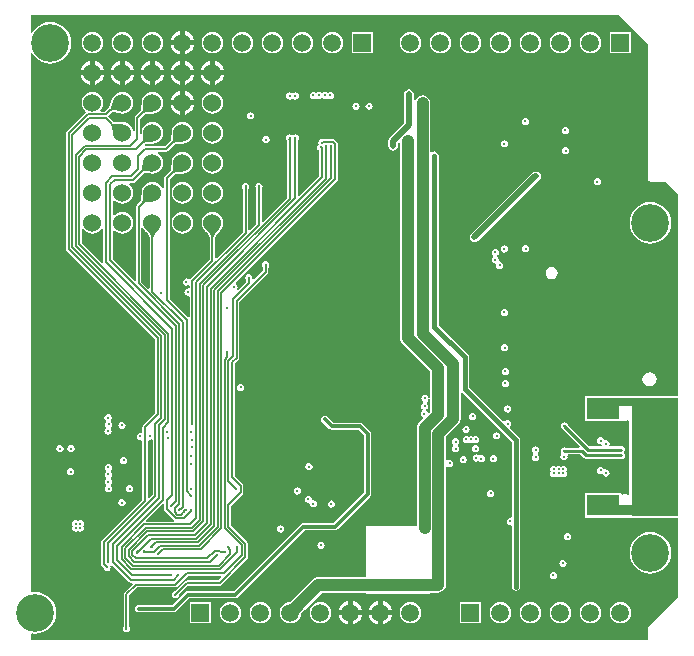
<source format=gbl>
G04*
G04 #@! TF.GenerationSoftware,Altium Limited,Altium Designer,19.0.15 (446)*
G04*
G04 Layer_Physical_Order=4*
G04 Layer_Color=16711680*
%FSLAX44Y44*%
%MOMM*%
G71*
G01*
G75*
%ADD10C,0.1500*%
%ADD12C,0.4000*%
%ADD14C,0.3000*%
%ADD15C,0.2500*%
%ADD61C,0.5000*%
%ADD85R,3.9700X10.0300*%
%ADD86R,7.7200X0.9600*%
%ADD87R,2.7700X1.2000*%
%ADD88R,6.3000X0.7000*%
%ADD89R,2.8100X1.6300*%
%ADD116C,1.5000*%
%ADD117R,1.5000X1.5000*%
%ADD118O,1.1000X1.4500*%
%ADD119O,2.3000X1.2000*%
%ADD120O,2.6000X1.3000*%
%ADD121C,1.5240*%
%ADD122C,3.2000*%
%ADD123C,0.3000*%
%ADD125C,1.0000*%
G36*
X912865Y761659D02*
Y647004D01*
X913020Y646223D01*
X913462Y645562D01*
X914123Y645120D01*
X914904Y644965D01*
X927959D01*
X938265Y634659D01*
Y463668D01*
X938204Y463627D01*
X860904D01*
X859756Y463152D01*
X859280Y462004D01*
Y455004D01*
Y443804D01*
X859756Y442656D01*
X860904Y442180D01*
X889004D01*
X890152Y442656D01*
X890820Y442859D01*
X891483Y442416D01*
X893044Y442105D01*
X894605Y442416D01*
X895610Y443088D01*
X896679Y442689D01*
X896880Y442525D01*
Y380564D01*
X895760Y379965D01*
X895450Y380173D01*
X893694Y380522D01*
X891938Y380173D01*
X891584Y379936D01*
X891380Y379931D01*
X890094Y380468D01*
X889852Y381052D01*
X888704Y381527D01*
X861004D01*
X859856Y381052D01*
X859380Y379904D01*
Y371304D01*
Y361704D01*
X859856Y360556D01*
X861004Y360080D01*
X938204D01*
X938265Y360040D01*
Y293449D01*
X913462Y268646D01*
X913020Y267984D01*
X912865Y267204D01*
Y256543D01*
X390204D01*
Y261631D01*
X391474Y262588D01*
X394204Y262319D01*
X397634Y262657D01*
X400933Y263658D01*
X403973Y265283D01*
X406638Y267470D01*
X408825Y270134D01*
X410450Y273174D01*
X411451Y276473D01*
X411788Y279904D01*
X411451Y283334D01*
X410450Y286633D01*
X408825Y289673D01*
X406638Y292338D01*
X403973Y294525D01*
X400933Y296150D01*
X397634Y297151D01*
X394204Y297488D01*
X391474Y297220D01*
X390204Y298177D01*
Y753929D01*
X391474Y754248D01*
X392283Y752734D01*
X394470Y750070D01*
X397134Y747883D01*
X400174Y746258D01*
X403473Y745257D01*
X406904Y744919D01*
X410334Y745257D01*
X413633Y746258D01*
X416673Y747883D01*
X419338Y750070D01*
X421525Y752734D01*
X423150Y755774D01*
X424151Y759073D01*
X424488Y762504D01*
X424151Y765934D01*
X423150Y769233D01*
X421525Y772273D01*
X419338Y774938D01*
X416673Y777125D01*
X413633Y778750D01*
X410334Y779751D01*
X406904Y780089D01*
X403473Y779751D01*
X400174Y778750D01*
X397134Y777125D01*
X394470Y774938D01*
X392283Y772273D01*
X391474Y770760D01*
X390204Y771078D01*
Y785865D01*
X888659D01*
X912865Y761659D01*
D02*
G37*
%LPC*%
G36*
X520664Y772327D02*
Y764504D01*
X528487D01*
X528406Y765114D01*
X527399Y767547D01*
X525796Y769636D01*
X523707Y771239D01*
X521274Y772246D01*
X520664Y772327D01*
D02*
G37*
G36*
X516664D02*
X516053Y772246D01*
X513621Y771239D01*
X511532Y769636D01*
X509929Y767547D01*
X508921Y765114D01*
X508841Y764504D01*
X516664D01*
Y772327D01*
D02*
G37*
G36*
X898504Y771504D02*
X880504D01*
Y753504D01*
X898504D01*
Y771504D01*
D02*
G37*
G36*
X680064D02*
X662064D01*
Y753504D01*
X680064D01*
Y771504D01*
D02*
G37*
G36*
X864104Y771581D02*
X861754Y771272D01*
X859565Y770365D01*
X857685Y768923D01*
X856242Y767043D01*
X855335Y764853D01*
X855026Y762504D01*
X855335Y760154D01*
X856242Y757965D01*
X857685Y756085D01*
X859565Y754642D01*
X861754Y753736D01*
X864104Y753426D01*
X866453Y753736D01*
X868643Y754642D01*
X870523Y756085D01*
X871965Y757965D01*
X872872Y760154D01*
X873181Y762504D01*
X872872Y764853D01*
X871965Y767043D01*
X870523Y768923D01*
X868643Y770365D01*
X866453Y771272D01*
X864104Y771581D01*
D02*
G37*
G36*
X838704D02*
X836354Y771272D01*
X834165Y770365D01*
X832285Y768923D01*
X830842Y767043D01*
X829936Y764853D01*
X829626Y762504D01*
X829936Y760154D01*
X830842Y757965D01*
X832285Y756085D01*
X834165Y754642D01*
X836354Y753736D01*
X838704Y753426D01*
X841053Y753736D01*
X843243Y754642D01*
X845123Y756085D01*
X846565Y757965D01*
X847472Y760154D01*
X847781Y762504D01*
X847472Y764853D01*
X846565Y767043D01*
X845123Y768923D01*
X843243Y770365D01*
X841053Y771272D01*
X838704Y771581D01*
D02*
G37*
G36*
X813304D02*
X810954Y771272D01*
X808765Y770365D01*
X806885Y768923D01*
X805442Y767043D01*
X804536Y764853D01*
X804226Y762504D01*
X804536Y760154D01*
X805442Y757965D01*
X806885Y756085D01*
X808765Y754642D01*
X810954Y753736D01*
X813304Y753426D01*
X815653Y753736D01*
X817843Y754642D01*
X819723Y756085D01*
X821165Y757965D01*
X822072Y760154D01*
X822381Y762504D01*
X822072Y764853D01*
X821165Y767043D01*
X819723Y768923D01*
X817843Y770365D01*
X815653Y771272D01*
X813304Y771581D01*
D02*
G37*
G36*
X787904D02*
X785554Y771272D01*
X783365Y770365D01*
X781485Y768923D01*
X780042Y767043D01*
X779136Y764853D01*
X778826Y762504D01*
X779136Y760154D01*
X780042Y757965D01*
X781485Y756085D01*
X783365Y754642D01*
X785554Y753736D01*
X787904Y753426D01*
X790253Y753736D01*
X792443Y754642D01*
X794323Y756085D01*
X795765Y757965D01*
X796672Y760154D01*
X796981Y762504D01*
X796672Y764853D01*
X795765Y767043D01*
X794323Y768923D01*
X792443Y770365D01*
X790253Y771272D01*
X787904Y771581D01*
D02*
G37*
G36*
X762504D02*
X760154Y771272D01*
X757965Y770365D01*
X756085Y768923D01*
X754642Y767043D01*
X753736Y764853D01*
X753426Y762504D01*
X753736Y760154D01*
X754642Y757965D01*
X756085Y756085D01*
X757965Y754642D01*
X760154Y753736D01*
X762504Y753426D01*
X764853Y753736D01*
X767043Y754642D01*
X768923Y756085D01*
X770365Y757965D01*
X771272Y760154D01*
X771581Y762504D01*
X771272Y764853D01*
X770365Y767043D01*
X768923Y768923D01*
X767043Y770365D01*
X764853Y771272D01*
X762504Y771581D01*
D02*
G37*
G36*
X737104D02*
X734754Y771272D01*
X732565Y770365D01*
X730685Y768923D01*
X729242Y767043D01*
X728335Y764853D01*
X728026Y762504D01*
X728335Y760154D01*
X729242Y757965D01*
X730685Y756085D01*
X732565Y754642D01*
X734754Y753736D01*
X737104Y753426D01*
X739453Y753736D01*
X741643Y754642D01*
X743523Y756085D01*
X744965Y757965D01*
X745872Y760154D01*
X746181Y762504D01*
X745872Y764853D01*
X744965Y767043D01*
X743523Y768923D01*
X741643Y770365D01*
X739453Y771272D01*
X737104Y771581D01*
D02*
G37*
G36*
X711704D02*
X709354Y771272D01*
X707165Y770365D01*
X705285Y768923D01*
X703842Y767043D01*
X702935Y764853D01*
X702626Y762504D01*
X702935Y760154D01*
X703842Y757965D01*
X705285Y756085D01*
X707165Y754642D01*
X709354Y753736D01*
X711704Y753426D01*
X714053Y753736D01*
X716243Y754642D01*
X718123Y756085D01*
X719565Y757965D01*
X720472Y760154D01*
X720781Y762504D01*
X720472Y764853D01*
X719565Y767043D01*
X718123Y768923D01*
X716243Y770365D01*
X714053Y771272D01*
X711704Y771581D01*
D02*
G37*
G36*
X645664D02*
X643314Y771272D01*
X641125Y770365D01*
X639245Y768923D01*
X637802Y767043D01*
X636895Y764853D01*
X636586Y762504D01*
X636895Y760154D01*
X637802Y757965D01*
X639245Y756085D01*
X641125Y754642D01*
X643314Y753736D01*
X645664Y753426D01*
X648013Y753736D01*
X650203Y754642D01*
X652083Y756085D01*
X653525Y757965D01*
X654432Y760154D01*
X654741Y762504D01*
X654432Y764853D01*
X653525Y767043D01*
X652083Y768923D01*
X650203Y770365D01*
X648013Y771272D01*
X645664Y771581D01*
D02*
G37*
G36*
X620264D02*
X617914Y771272D01*
X615725Y770365D01*
X613845Y768923D01*
X612402Y767043D01*
X611496Y764853D01*
X611186Y762504D01*
X611496Y760154D01*
X612402Y757965D01*
X613845Y756085D01*
X615725Y754642D01*
X617914Y753736D01*
X620264Y753426D01*
X622613Y753736D01*
X624803Y754642D01*
X626683Y756085D01*
X628125Y757965D01*
X629032Y760154D01*
X629341Y762504D01*
X629032Y764853D01*
X628125Y767043D01*
X626683Y768923D01*
X624803Y770365D01*
X622613Y771272D01*
X620264Y771581D01*
D02*
G37*
G36*
X594864D02*
X592514Y771272D01*
X590325Y770365D01*
X588445Y768923D01*
X587002Y767043D01*
X586096Y764853D01*
X585786Y762504D01*
X586096Y760154D01*
X587002Y757965D01*
X588445Y756085D01*
X590325Y754642D01*
X592514Y753736D01*
X594864Y753426D01*
X597213Y753736D01*
X599403Y754642D01*
X601283Y756085D01*
X602725Y757965D01*
X603632Y760154D01*
X603941Y762504D01*
X603632Y764853D01*
X602725Y767043D01*
X601283Y768923D01*
X599403Y770365D01*
X597213Y771272D01*
X594864Y771581D01*
D02*
G37*
G36*
X569464D02*
X567114Y771272D01*
X564925Y770365D01*
X563045Y768923D01*
X561602Y767043D01*
X560695Y764853D01*
X560386Y762504D01*
X560695Y760154D01*
X561602Y757965D01*
X563045Y756085D01*
X564925Y754642D01*
X567114Y753736D01*
X569464Y753426D01*
X571813Y753736D01*
X574003Y754642D01*
X575883Y756085D01*
X577325Y757965D01*
X578232Y760154D01*
X578541Y762504D01*
X578232Y764853D01*
X577325Y767043D01*
X575883Y768923D01*
X574003Y770365D01*
X571813Y771272D01*
X569464Y771581D01*
D02*
G37*
G36*
X544064D02*
X541714Y771272D01*
X539525Y770365D01*
X537645Y768923D01*
X536202Y767043D01*
X535295Y764853D01*
X534986Y762504D01*
X535295Y760154D01*
X536202Y757965D01*
X537645Y756085D01*
X539525Y754642D01*
X541714Y753736D01*
X544064Y753426D01*
X546413Y753736D01*
X548603Y754642D01*
X550483Y756085D01*
X551925Y757965D01*
X552832Y760154D01*
X553141Y762504D01*
X552832Y764853D01*
X551925Y767043D01*
X550483Y768923D01*
X548603Y770365D01*
X546413Y771272D01*
X544064Y771581D01*
D02*
G37*
G36*
X493264D02*
X490914Y771272D01*
X488725Y770365D01*
X486845Y768923D01*
X485402Y767043D01*
X484496Y764853D01*
X484186Y762504D01*
X484496Y760154D01*
X485402Y757965D01*
X486845Y756085D01*
X488725Y754642D01*
X490914Y753736D01*
X493264Y753426D01*
X495613Y753736D01*
X497803Y754642D01*
X499683Y756085D01*
X501125Y757965D01*
X502032Y760154D01*
X502341Y762504D01*
X502032Y764853D01*
X501125Y767043D01*
X499683Y768923D01*
X497803Y770365D01*
X495613Y771272D01*
X493264Y771581D01*
D02*
G37*
G36*
X467864D02*
X465514Y771272D01*
X463325Y770365D01*
X461445Y768923D01*
X460002Y767043D01*
X459095Y764853D01*
X458786Y762504D01*
X459095Y760154D01*
X460002Y757965D01*
X461445Y756085D01*
X463325Y754642D01*
X465514Y753736D01*
X467864Y753426D01*
X470213Y753736D01*
X472403Y754642D01*
X474283Y756085D01*
X475725Y757965D01*
X476632Y760154D01*
X476941Y762504D01*
X476632Y764853D01*
X475725Y767043D01*
X474283Y768923D01*
X472403Y770365D01*
X470213Y771272D01*
X467864Y771581D01*
D02*
G37*
G36*
X442464D02*
X440114Y771272D01*
X437925Y770365D01*
X436045Y768923D01*
X434602Y767043D01*
X433695Y764853D01*
X433386Y762504D01*
X433695Y760154D01*
X434602Y757965D01*
X436045Y756085D01*
X437925Y754642D01*
X440114Y753736D01*
X442464Y753426D01*
X444813Y753736D01*
X447003Y754642D01*
X448883Y756085D01*
X450325Y757965D01*
X451232Y760154D01*
X451541Y762504D01*
X451232Y764853D01*
X450325Y767043D01*
X448883Y768923D01*
X447003Y770365D01*
X444813Y771272D01*
X442464Y771581D01*
D02*
G37*
G36*
X528487Y760504D02*
X520664D01*
Y752681D01*
X521274Y752761D01*
X523707Y753769D01*
X525796Y755372D01*
X527399Y757461D01*
X528406Y759893D01*
X528487Y760504D01*
D02*
G37*
G36*
X516664D02*
X508841D01*
X508921Y759893D01*
X509929Y757461D01*
X511532Y755372D01*
X513621Y753769D01*
X516053Y752761D01*
X516664Y752681D01*
Y760504D01*
D02*
G37*
G36*
X546064Y747048D02*
Y739104D01*
X554008D01*
X553923Y739746D01*
X552904Y742207D01*
X551282Y744322D01*
X549168Y745944D01*
X546706Y746963D01*
X546064Y747048D01*
D02*
G37*
G36*
X542064D02*
X541422Y746963D01*
X538960Y745944D01*
X536846Y744322D01*
X535224Y742207D01*
X534204Y739746D01*
X534120Y739104D01*
X542064D01*
Y747048D01*
D02*
G37*
G36*
X520664D02*
Y739104D01*
X528608D01*
X528523Y739746D01*
X527504Y742207D01*
X525882Y744322D01*
X523768Y745944D01*
X521306Y746963D01*
X520664Y747048D01*
D02*
G37*
G36*
X516664D02*
X516022Y746963D01*
X513560Y745944D01*
X511446Y744322D01*
X509824Y742207D01*
X508804Y739746D01*
X508720Y739104D01*
X516664D01*
Y747048D01*
D02*
G37*
G36*
X495264D02*
Y739104D01*
X503208D01*
X503123Y739746D01*
X502104Y742207D01*
X500481Y744322D01*
X498368Y745944D01*
X495906Y746963D01*
X495264Y747048D01*
D02*
G37*
G36*
X491264D02*
X490622Y746963D01*
X488160Y745944D01*
X486046Y744322D01*
X484424Y742207D01*
X483404Y739746D01*
X483320Y739104D01*
X491264D01*
Y747048D01*
D02*
G37*
G36*
X469864D02*
Y739104D01*
X477808D01*
X477723Y739746D01*
X476704Y742207D01*
X475081Y744322D01*
X472967Y745944D01*
X470506Y746963D01*
X469864Y747048D01*
D02*
G37*
G36*
X465864D02*
X465222Y746963D01*
X462760Y745944D01*
X460646Y744322D01*
X459024Y742207D01*
X458004Y739746D01*
X457920Y739104D01*
X465864D01*
Y747048D01*
D02*
G37*
G36*
X444464D02*
Y739104D01*
X452408D01*
X452323Y739746D01*
X451304Y742207D01*
X449682Y744322D01*
X447567Y745944D01*
X445106Y746963D01*
X444464Y747048D01*
D02*
G37*
G36*
X440464D02*
X439822Y746963D01*
X437360Y745944D01*
X435246Y744322D01*
X433624Y742207D01*
X432604Y739746D01*
X432520Y739104D01*
X440464D01*
Y747048D01*
D02*
G37*
G36*
X554008Y735104D02*
X546064D01*
Y727160D01*
X546706Y727244D01*
X549168Y728264D01*
X551282Y729886D01*
X552904Y732000D01*
X553923Y734462D01*
X554008Y735104D01*
D02*
G37*
G36*
X542064D02*
X534120D01*
X534204Y734462D01*
X535224Y732000D01*
X536846Y729886D01*
X538960Y728264D01*
X541422Y727244D01*
X542064Y727160D01*
Y735104D01*
D02*
G37*
G36*
X528608D02*
X520664D01*
Y727160D01*
X521306Y727244D01*
X523768Y728264D01*
X525882Y729886D01*
X527504Y732000D01*
X528523Y734462D01*
X528608Y735104D01*
D02*
G37*
G36*
X516664D02*
X508720D01*
X508804Y734462D01*
X509824Y732000D01*
X511446Y729886D01*
X513560Y728264D01*
X516022Y727244D01*
X516664Y727160D01*
Y735104D01*
D02*
G37*
G36*
X503208D02*
X495264D01*
Y727160D01*
X495906Y727244D01*
X498368Y728264D01*
X500481Y729886D01*
X502104Y732000D01*
X503123Y734462D01*
X503208Y735104D01*
D02*
G37*
G36*
X491264D02*
X483320D01*
X483404Y734462D01*
X484424Y732000D01*
X486046Y729886D01*
X488160Y728264D01*
X490622Y727244D01*
X491264Y727160D01*
Y735104D01*
D02*
G37*
G36*
X477808D02*
X469864D01*
Y727160D01*
X470506Y727244D01*
X472967Y728264D01*
X475081Y729886D01*
X476704Y732000D01*
X477723Y734462D01*
X477808Y735104D01*
D02*
G37*
G36*
X465864D02*
X457920D01*
X458004Y734462D01*
X459024Y732000D01*
X460646Y729886D01*
X462760Y728264D01*
X465222Y727244D01*
X465864Y727160D01*
Y735104D01*
D02*
G37*
G36*
X452408D02*
X444464D01*
Y727160D01*
X445106Y727244D01*
X447567Y728264D01*
X449682Y729886D01*
X451304Y732000D01*
X452323Y734462D01*
X452408Y735104D01*
D02*
G37*
G36*
X440464D02*
X432520D01*
X432604Y734462D01*
X433624Y732000D01*
X435246Y729886D01*
X437360Y728264D01*
X439822Y727244D01*
X440464Y727160D01*
Y735104D01*
D02*
G37*
G36*
X643904Y720977D02*
X642733Y720744D01*
X642607Y720660D01*
X641604Y720151D01*
X640600Y720660D01*
X640474Y720744D01*
X639304Y720977D01*
X638133Y720744D01*
X637141Y720081D01*
X636467D01*
X635474Y720744D01*
X634304Y720977D01*
X633133Y720744D01*
X632724Y720471D01*
X631467Y720067D01*
X630474Y720730D01*
X629304Y720963D01*
X628133Y720730D01*
X627141Y720067D01*
X626478Y719074D01*
X626245Y717904D01*
X626478Y716733D01*
X627141Y715741D01*
X628133Y715078D01*
X629304Y714845D01*
X630474Y715078D01*
X631467Y715741D01*
X632737Y715357D01*
X633133Y715092D01*
X634304Y714859D01*
X635474Y715092D01*
X636467Y715755D01*
X637141D01*
X638133Y715092D01*
X639304Y714859D01*
X640474Y715092D01*
X640600Y715176D01*
X641604Y715686D01*
X642607Y715176D01*
X642733Y715092D01*
X643904Y714859D01*
X645074Y715092D01*
X646067Y715755D01*
X646730Y716748D01*
X646963Y717918D01*
X646730Y719089D01*
X646067Y720081D01*
X645074Y720744D01*
X643904Y720977D01*
D02*
G37*
G36*
X614304Y720463D02*
X613133Y720230D01*
X612800Y720007D01*
X611854Y719669D01*
X610908Y720007D01*
X610574Y720230D01*
X609404Y720463D01*
X608233Y720230D01*
X607241Y719567D01*
X606578Y718574D01*
X606345Y717404D01*
X606578Y716233D01*
X607241Y715241D01*
X608233Y714578D01*
X609404Y714345D01*
X610574Y714578D01*
X610908Y714801D01*
X611854Y715138D01*
X612800Y714801D01*
X613133Y714578D01*
X614304Y714345D01*
X615474Y714578D01*
X616467Y715241D01*
X617130Y716233D01*
X617363Y717404D01*
X617130Y718574D01*
X616467Y719567D01*
X615474Y720230D01*
X614304Y720463D01*
D02*
G37*
G36*
X520664Y721648D02*
Y713704D01*
X528608D01*
X528523Y714346D01*
X527504Y716807D01*
X525882Y718922D01*
X523768Y720544D01*
X521306Y721563D01*
X520664Y721648D01*
D02*
G37*
G36*
X516664D02*
X516022Y721563D01*
X513560Y720544D01*
X511446Y718922D01*
X509824Y716807D01*
X508804Y714346D01*
X508720Y713704D01*
X516664D01*
Y721648D01*
D02*
G37*
G36*
X676694Y711963D02*
X675523Y711730D01*
X674531Y711067D01*
X673868Y710074D01*
X673635Y708904D01*
X673868Y707733D01*
X674531Y706741D01*
X675523Y706078D01*
X676694Y705845D01*
X677864Y706078D01*
X678857Y706741D01*
X679520Y707733D01*
X679753Y708904D01*
X679520Y710074D01*
X678857Y711067D01*
X677864Y711730D01*
X676694Y711963D01*
D02*
G37*
G36*
X665604Y711863D02*
X664433Y711630D01*
X663441Y710967D01*
X662778Y709974D01*
X662545Y708804D01*
X662778Y707633D01*
X663441Y706641D01*
X664433Y705978D01*
X665604Y705745D01*
X666774Y705978D01*
X667767Y706641D01*
X668430Y707633D01*
X668663Y708804D01*
X668430Y709974D01*
X667767Y710967D01*
X666774Y711630D01*
X665604Y711863D01*
D02*
G37*
G36*
X544064Y720902D02*
X541683Y720589D01*
X539464Y719670D01*
X537559Y718208D01*
X536097Y716303D01*
X535179Y714085D01*
X534865Y711704D01*
X535179Y709323D01*
X536097Y707104D01*
X537559Y705199D01*
X539464Y703737D01*
X541683Y702819D01*
X544064Y702505D01*
X546445Y702819D01*
X548663Y703737D01*
X550568Y705199D01*
X552030Y707104D01*
X552949Y709323D01*
X553262Y711704D01*
X552949Y714085D01*
X552030Y716303D01*
X550568Y718208D01*
X548663Y719670D01*
X546445Y720589D01*
X544064Y720902D01*
D02*
G37*
G36*
X493264D02*
X490883Y720589D01*
X488665Y719670D01*
X486759Y718208D01*
X485298Y716303D01*
X484379Y714085D01*
X484072Y711755D01*
X484021Y711632D01*
X484017Y710421D01*
X483983Y709349D01*
X483821Y707465D01*
X483704Y706725D01*
X483562Y706085D01*
X483404Y705569D01*
X483243Y705182D01*
X483097Y704929D01*
X482884Y704670D01*
X482840Y704524D01*
X478782Y700466D01*
X478284Y699722D01*
X478110Y698844D01*
Y688079D01*
X476840Y687996D01*
X476749Y688685D01*
X475830Y690903D01*
X474368Y692808D01*
X472463Y694270D01*
X470245Y695189D01*
X467864Y695502D01*
X466707Y695350D01*
X466408Y695431D01*
X464272Y695157D01*
X463401Y695105D01*
X462611Y695102D01*
X461926Y695146D01*
X461347Y695232D01*
X460880Y695350D01*
X460525Y695488D01*
X460273Y695631D01*
X459986Y695868D01*
X459935Y695884D01*
X459908Y695929D01*
X459796Y695956D01*
X455767Y699985D01*
X455786Y700182D01*
X458939Y703335D01*
X459089Y703381D01*
X459397Y703638D01*
X459630Y703769D01*
X459929Y703875D01*
X460311Y703947D01*
X460788Y703972D01*
X461359Y703940D01*
X462023Y703839D01*
X462774Y703666D01*
X463607Y703415D01*
X464554Y703073D01*
X464836Y703086D01*
X465483Y702819D01*
X467864Y702505D01*
X470245Y702819D01*
X472463Y703737D01*
X474368Y705199D01*
X475830Y707104D01*
X476749Y709323D01*
X477062Y711704D01*
X476749Y714085D01*
X475830Y716303D01*
X474368Y718208D01*
X472463Y719670D01*
X470245Y720589D01*
X467864Y720902D01*
X465483Y720589D01*
X463265Y719670D01*
X461359Y718208D01*
X459897Y716303D01*
X459412Y715132D01*
X459188Y714892D01*
X459188Y714889D01*
X459185Y714886D01*
X457706Y710915D01*
X456404Y707684D01*
X456227Y707302D01*
X456128Y707117D01*
X456068Y707033D01*
X456044Y706929D01*
X453214Y704098D01*
X449407D01*
X449098Y705368D01*
X450430Y707104D01*
X451349Y709323D01*
X451662Y711704D01*
X451349Y714085D01*
X450430Y716303D01*
X448968Y718208D01*
X447063Y719670D01*
X444845Y720589D01*
X442464Y720902D01*
X440083Y720589D01*
X437864Y719670D01*
X435959Y718208D01*
X434497Y716303D01*
X433579Y714085D01*
X433265Y711704D01*
X433579Y709323D01*
X434497Y707104D01*
X435959Y705199D01*
X436513Y704774D01*
X436628Y704200D01*
X436522Y703167D01*
X420682Y687326D01*
X420184Y686582D01*
X420010Y685704D01*
Y588076D01*
X420184Y587198D01*
X420682Y586454D01*
X495510Y511626D01*
Y448854D01*
X485432Y438776D01*
X484934Y438032D01*
X484760Y437154D01*
Y433117D01*
X483490Y432186D01*
X483104Y432263D01*
X481933Y432030D01*
X480941Y431367D01*
X480278Y430374D01*
X480045Y429204D01*
X480278Y428033D01*
X480941Y427041D01*
X481933Y426378D01*
X483104Y426145D01*
X483490Y426222D01*
X484760Y425291D01*
Y375604D01*
X450382Y341226D01*
X449884Y340482D01*
X449710Y339604D01*
Y321204D01*
X449884Y320326D01*
X450382Y319582D01*
X451562Y318401D01*
X451627Y318225D01*
X451801Y318037D01*
X451827Y318005D01*
X451848Y317977D01*
X451848Y317976D01*
X451858Y317952D01*
X451866Y317945D01*
X451878Y317922D01*
X451930Y317879D01*
X452078Y317133D01*
X452741Y316141D01*
X453733Y315478D01*
X454904Y315245D01*
X456074Y315478D01*
X457067Y316141D01*
X457730Y317133D01*
X457963Y318304D01*
X457730Y319474D01*
X457729Y319475D01*
X457763Y319709D01*
X458596Y320186D01*
X459121Y320242D01*
X473232Y306132D01*
X473976Y305634D01*
X474854Y305460D01*
X474854Y305460D01*
X476219D01*
X476745Y304190D01*
X469582Y297026D01*
X469084Y296282D01*
X468910Y295404D01*
Y268836D01*
X468831Y268665D01*
X468821Y268409D01*
X468817Y268368D01*
X468812Y268334D01*
X468811Y268333D01*
X468801Y268308D01*
X468801Y268298D01*
X468794Y268274D01*
X468800Y268206D01*
X468378Y267574D01*
X468145Y266404D01*
X468378Y265233D01*
X469041Y264241D01*
X470033Y263578D01*
X471204Y263345D01*
X472374Y263578D01*
X473367Y264241D01*
X474030Y265233D01*
X474263Y266404D01*
X474030Y267574D01*
X473607Y268206D01*
X473614Y268274D01*
X473606Y268298D01*
X473606Y268308D01*
X473596Y268333D01*
X473596Y268334D01*
X473594Y268349D01*
X473579Y268523D01*
X473577Y268633D01*
X473498Y268815D01*
Y294454D01*
X480454Y301410D01*
X512407D01*
X513285Y301584D01*
X514029Y302082D01*
X523157Y311210D01*
X551306D01*
X551792Y310036D01*
X549104Y307348D01*
X522354D01*
X521476Y307173D01*
X520732Y306676D01*
X512701Y298645D01*
X512525Y298580D01*
X512337Y298406D01*
X512305Y298381D01*
X512277Y298360D01*
X512276Y298360D01*
X512251Y298349D01*
X512245Y298342D01*
X512222Y298330D01*
X512179Y298278D01*
X511433Y298130D01*
X510441Y297467D01*
X509778Y296474D01*
X509545Y295304D01*
X509778Y294133D01*
X510441Y293141D01*
X511433Y292478D01*
X512604Y292245D01*
X513774Y292478D01*
X514767Y293141D01*
X515430Y294133D01*
X515578Y294879D01*
X515630Y294922D01*
X515642Y294945D01*
X515649Y294951D01*
X515659Y294976D01*
X515660Y294977D01*
X515669Y294989D01*
X515782Y295123D01*
X515858Y295202D01*
X515931Y295386D01*
X523304Y302760D01*
X550054D01*
X550932Y302934D01*
X551676Y303432D01*
X573476Y325232D01*
X573973Y325976D01*
X574148Y326854D01*
Y338496D01*
X574148Y338496D01*
X573973Y339374D01*
X573476Y340119D01*
X573476Y340119D01*
X559748Y353847D01*
Y370603D01*
X569584Y380440D01*
X569584Y380440D01*
X570081Y381184D01*
X570256Y382062D01*
Y386537D01*
X570243Y386599D01*
Y387058D01*
X570069Y387936D01*
X569572Y388680D01*
X562748Y395504D01*
Y490861D01*
X566126Y494239D01*
X566623Y494983D01*
X566798Y495861D01*
Y542954D01*
X590826Y566982D01*
X591323Y567726D01*
X591498Y568604D01*
Y572172D01*
X591576Y572342D01*
X591586Y572599D01*
X591590Y572640D01*
X591596Y572674D01*
X591596Y572675D01*
X591606Y572700D01*
X591606Y572709D01*
X591614Y572734D01*
X591607Y572801D01*
X592030Y573433D01*
X592263Y574604D01*
X592030Y575774D01*
X591367Y576767D01*
X590374Y577430D01*
X589204Y577663D01*
X588033Y577430D01*
X587041Y576767D01*
X586378Y575774D01*
X586145Y574604D01*
X586378Y573433D01*
X586800Y572801D01*
X586794Y572734D01*
X586801Y572709D01*
X586801Y572700D01*
X586811Y572675D01*
X586812Y572673D01*
X586814Y572659D01*
X586828Y572484D01*
X586830Y572374D01*
X586910Y572193D01*
Y569554D01*
X579435Y562079D01*
X577796Y562236D01*
X577730Y562333D01*
X577963Y563504D01*
X577730Y564674D01*
X577067Y565667D01*
X576074Y566330D01*
X574904Y566563D01*
X573733Y566330D01*
X572741Y565667D01*
X572078Y564674D01*
X571845Y563504D01*
X572078Y562333D01*
X572500Y561701D01*
X572494Y561634D01*
X572501Y561609D01*
X572501Y561600D01*
X572511Y561575D01*
X572512Y561573D01*
X572514Y561559D01*
X572528Y561384D01*
X572531Y561274D01*
X572610Y561093D01*
Y559954D01*
X565989Y553333D01*
X565003Y554143D01*
X565130Y554333D01*
X565363Y555504D01*
X565130Y556674D01*
X564467Y557667D01*
X564147Y557880D01*
X563910Y559439D01*
X649875Y645404D01*
X649875Y645404D01*
X650372Y646148D01*
X650547Y647026D01*
X650547Y647026D01*
Y676656D01*
X650372Y677534D01*
X649875Y678278D01*
X647677Y680476D01*
X646932Y680973D01*
X646055Y681148D01*
X638160D01*
X637282Y680973D01*
X637158Y680891D01*
X636802Y680961D01*
X635632Y680728D01*
X634640Y680065D01*
X633977Y679073D01*
X633744Y677903D01*
X633977Y676732D01*
X634180Y676427D01*
X633640Y676065D01*
X632977Y675073D01*
X632744Y673903D01*
X632977Y672732D01*
X633640Y671740D01*
X634265Y671322D01*
X634249Y671256D01*
X634310Y671156D01*
Y649539D01*
X617771Y633001D01*
X616598Y633487D01*
Y679472D01*
X616676Y679642D01*
X616686Y679899D01*
X616690Y679940D01*
X616696Y679974D01*
X616696Y679975D01*
X616706Y680000D01*
X616706Y680009D01*
X616714Y680034D01*
X616707Y680101D01*
X617130Y680733D01*
X617363Y681904D01*
X617130Y683074D01*
X616467Y684067D01*
X615474Y684730D01*
X614304Y684963D01*
X613133Y684730D01*
X612141Y684067D01*
X611517D01*
X610524Y684730D01*
X609354Y684963D01*
X608183Y684730D01*
X607191Y684067D01*
X606528Y683074D01*
X606295Y681904D01*
X606528Y680733D01*
X606950Y680101D01*
X606944Y680034D01*
X606951Y680009D01*
X606951Y680000D01*
X606961Y679975D01*
X606962Y679974D01*
X606964Y679959D01*
X606978Y679784D01*
X606981Y679674D01*
X607060Y679493D01*
Y630947D01*
X586881Y610768D01*
X585708Y611254D01*
Y638472D01*
X585786Y638642D01*
X585796Y638899D01*
X585801Y638940D01*
X585806Y638974D01*
X585806Y638975D01*
X585816Y639000D01*
X585816Y639009D01*
X585824Y639034D01*
X585817Y639101D01*
X586240Y639733D01*
X586473Y640904D01*
X586240Y642074D01*
X585577Y643067D01*
X584584Y643730D01*
X583414Y643963D01*
X582243Y643730D01*
X581251Y643067D01*
X580588Y642074D01*
X580355Y640904D01*
X580588Y639733D01*
X581010Y639101D01*
X581004Y639034D01*
X581012Y639009D01*
X581011Y638999D01*
X581021Y638975D01*
X581022Y638973D01*
X581024Y638959D01*
X581039Y638784D01*
X581040Y638674D01*
X581120Y638493D01*
Y609249D01*
X575641Y603771D01*
X574468Y604257D01*
Y638472D01*
X574546Y638642D01*
X574556Y638899D01*
X574560Y638940D01*
X574566Y638974D01*
X574566Y638975D01*
X574576Y639000D01*
X574576Y639009D01*
X574584Y639034D01*
X574577Y639101D01*
X575000Y639733D01*
X575233Y640904D01*
X575000Y642074D01*
X574337Y643067D01*
X573344Y643730D01*
X572174Y643963D01*
X571003Y643730D01*
X570011Y643067D01*
X569348Y642074D01*
X569115Y640904D01*
X569348Y639733D01*
X569770Y639101D01*
X569764Y639034D01*
X569771Y639009D01*
X569771Y638999D01*
X569781Y638975D01*
X569782Y638973D01*
X569784Y638959D01*
X569798Y638784D01*
X569800Y638675D01*
X569880Y638493D01*
Y602252D01*
X547531Y579903D01*
X546358Y580389D01*
Y597656D01*
X546430Y597790D01*
X546462Y598124D01*
X546538Y598407D01*
X546697Y598794D01*
X546951Y599270D01*
X547303Y599823D01*
X547734Y600417D01*
X549714Y602678D01*
X550549Y603517D01*
X550600Y603640D01*
X552030Y605504D01*
X552949Y607723D01*
X553262Y610104D01*
X552949Y612485D01*
X552030Y614703D01*
X550568Y616608D01*
X548663Y618070D01*
X546445Y618989D01*
X544064Y619302D01*
X541683Y618989D01*
X539464Y618070D01*
X537559Y616608D01*
X536097Y614703D01*
X535179Y612485D01*
X534865Y610104D01*
X535179Y607723D01*
X536097Y605504D01*
X537528Y603640D01*
X537579Y603517D01*
X538433Y602658D01*
X539166Y601877D01*
X540384Y600430D01*
X540825Y599823D01*
X541177Y599270D01*
X541430Y598794D01*
X541589Y598407D01*
X541665Y598124D01*
X541698Y597790D01*
X541770Y597656D01*
Y579014D01*
X525532Y562776D01*
X525376Y562543D01*
X524425Y562168D01*
X523807Y562307D01*
X523174Y562730D01*
X522004Y562963D01*
X520833Y562730D01*
X519841Y562067D01*
X519178Y561074D01*
X518945Y559904D01*
X519178Y558733D01*
X519841Y557741D01*
X520833Y557078D01*
X522004Y556845D01*
X523174Y557078D01*
X523590Y557355D01*
X524860Y556677D01*
Y555450D01*
X523590Y554426D01*
X523404Y554463D01*
X522233Y554230D01*
X521241Y553567D01*
X520578Y552574D01*
X520345Y551404D01*
X520578Y550233D01*
X521241Y549241D01*
X522233Y548578D01*
X523404Y548345D01*
X523590Y548382D01*
X524860Y547357D01*
Y530440D01*
X524330Y530116D01*
X523590Y529962D01*
X507798Y545754D01*
Y646794D01*
X511484Y650480D01*
X511630Y650524D01*
X511889Y650737D01*
X512142Y650883D01*
X512529Y651044D01*
X513045Y651202D01*
X513685Y651344D01*
X514409Y651459D01*
X517408Y651657D01*
X518592Y651661D01*
X518715Y651712D01*
X521045Y652019D01*
X523263Y652937D01*
X525168Y654399D01*
X526630Y656304D01*
X527549Y658523D01*
X527863Y660904D01*
X527549Y663285D01*
X526630Y665503D01*
X525168Y667408D01*
X523263Y668870D01*
X521045Y669789D01*
X518664Y670102D01*
X516283Y669789D01*
X514064Y668870D01*
X512159Y667408D01*
X510698Y665503D01*
X509779Y663285D01*
X509472Y660955D01*
X509421Y660832D01*
X509417Y659621D01*
X509383Y658549D01*
X509221Y656665D01*
X509104Y655925D01*
X508962Y655285D01*
X508804Y654769D01*
X508643Y654382D01*
X508497Y654129D01*
X508284Y653870D01*
X508240Y653724D01*
X503882Y649366D01*
X503384Y648622D01*
X503210Y647744D01*
Y638643D01*
X501940Y638390D01*
X501230Y640103D01*
X499768Y642008D01*
X497863Y643470D01*
X495645Y644389D01*
X493264Y644703D01*
X490883Y644389D01*
X488665Y643470D01*
X486759Y642008D01*
X485298Y640103D01*
X484379Y637885D01*
X484072Y635555D01*
X484021Y635432D01*
X484017Y634221D01*
X483983Y633149D01*
X483821Y631265D01*
X483704Y630525D01*
X483562Y629885D01*
X483404Y629369D01*
X483243Y628982D01*
X483097Y628729D01*
X482884Y628470D01*
X482840Y628324D01*
X479982Y625466D01*
X479484Y624722D01*
X479310Y623844D01*
Y561601D01*
X478136Y561115D01*
X459998Y579254D01*
Y603398D01*
X461200Y603806D01*
X461359Y603599D01*
X463265Y602137D01*
X465483Y601219D01*
X467864Y600905D01*
X470245Y601219D01*
X472463Y602137D01*
X474368Y603599D01*
X475830Y605504D01*
X476749Y607723D01*
X477062Y610104D01*
X476749Y612485D01*
X475830Y614703D01*
X474368Y616608D01*
X472463Y618070D01*
X470245Y618989D01*
X467864Y619302D01*
X465483Y618989D01*
X463265Y618070D01*
X461359Y616608D01*
X461200Y616401D01*
X459998Y616809D01*
Y628798D01*
X461200Y629206D01*
X461359Y628999D01*
X463265Y627537D01*
X465483Y626619D01*
X467864Y626305D01*
X470245Y626619D01*
X472463Y627537D01*
X474368Y628999D01*
X475830Y630905D01*
X476749Y633123D01*
X477062Y635504D01*
X476749Y637885D01*
X475830Y640103D01*
X474368Y642008D01*
X473415Y642740D01*
X473846Y644010D01*
X476604D01*
X477482Y644184D01*
X478226Y644682D01*
X484985Y651441D01*
X485072Y651458D01*
X485120Y651530D01*
X485201Y651555D01*
X485494Y651797D01*
X485743Y651938D01*
X486089Y652070D01*
X486542Y652179D01*
X487104Y652252D01*
X487770Y652280D01*
X488516Y652257D01*
X490379Y652039D01*
X491436Y651843D01*
X491735Y651906D01*
X493264Y651705D01*
X495645Y652019D01*
X497863Y652937D01*
X499768Y654399D01*
X501230Y656304D01*
X502149Y658523D01*
X502463Y660904D01*
X502149Y663285D01*
X501230Y665503D01*
X499768Y667408D01*
X497863Y668870D01*
X497333Y669090D01*
X497585Y670360D01*
X505014D01*
X505892Y670534D01*
X506636Y671032D01*
X511484Y675880D01*
X511630Y675924D01*
X511889Y676137D01*
X512142Y676283D01*
X512529Y676444D01*
X513045Y676602D01*
X513685Y676744D01*
X514409Y676859D01*
X517408Y677057D01*
X518592Y677061D01*
X518715Y677112D01*
X521045Y677419D01*
X523263Y678337D01*
X525168Y679799D01*
X526630Y681704D01*
X527549Y683923D01*
X527863Y686304D01*
X527549Y688685D01*
X526630Y690903D01*
X525168Y692808D01*
X523263Y694270D01*
X521045Y695189D01*
X518664Y695502D01*
X516283Y695189D01*
X514064Y694270D01*
X512159Y692808D01*
X510698Y690903D01*
X509779Y688685D01*
X509472Y686355D01*
X509421Y686232D01*
X509417Y685021D01*
X509383Y683949D01*
X509221Y682065D01*
X509104Y681325D01*
X508962Y680685D01*
X508804Y680169D01*
X508643Y679782D01*
X508497Y679529D01*
X508284Y679270D01*
X508240Y679124D01*
X504064Y674948D01*
X487826D01*
X486971Y675974D01*
X486915Y676175D01*
X486957Y676373D01*
X487129Y676444D01*
X487645Y676602D01*
X488285Y676744D01*
X489009Y676859D01*
X492008Y677057D01*
X493192Y677061D01*
X493315Y677112D01*
X495645Y677419D01*
X497863Y678337D01*
X499768Y679799D01*
X501230Y681704D01*
X502149Y683923D01*
X502463Y686304D01*
X502149Y688685D01*
X501230Y690903D01*
X499768Y692808D01*
X497863Y694270D01*
X495645Y695189D01*
X493264Y695502D01*
X490883Y695189D01*
X488665Y694270D01*
X486759Y692808D01*
X485298Y690903D01*
X484379Y688685D01*
X484072Y686355D01*
X484021Y686232D01*
X484017Y685041D01*
X484016Y685020D01*
X483968Y684973D01*
X482698Y685512D01*
Y697894D01*
X486084Y701280D01*
X486230Y701324D01*
X486489Y701537D01*
X486742Y701683D01*
X487129Y701844D01*
X487645Y702002D01*
X488285Y702144D01*
X489009Y702259D01*
X492008Y702457D01*
X493192Y702461D01*
X493315Y702512D01*
X495645Y702819D01*
X497863Y703737D01*
X499768Y705199D01*
X501230Y707104D01*
X502149Y709323D01*
X502463Y711704D01*
X502149Y714085D01*
X501230Y716303D01*
X499768Y718208D01*
X497863Y719670D01*
X495645Y720589D01*
X493264Y720902D01*
D02*
G37*
G36*
X528608Y709704D02*
X520664D01*
Y701760D01*
X521306Y701844D01*
X523768Y702864D01*
X525882Y704486D01*
X527504Y706600D01*
X528523Y709062D01*
X528608Y709704D01*
D02*
G37*
G36*
X516664D02*
X508720D01*
X508804Y709062D01*
X509824Y706600D01*
X511446Y704486D01*
X513560Y702864D01*
X516022Y701844D01*
X516664Y701760D01*
Y709704D01*
D02*
G37*
G36*
X576488Y703663D02*
X575318Y703430D01*
X574325Y702767D01*
X573662Y701774D01*
X573429Y700604D01*
X573662Y699433D01*
X574325Y698441D01*
X575318Y697778D01*
X576488Y697545D01*
X577659Y697778D01*
X578651Y698441D01*
X579314Y699433D01*
X579547Y700604D01*
X579314Y701774D01*
X578651Y702767D01*
X577659Y703430D01*
X576488Y703663D01*
D02*
G37*
G36*
X809104Y699163D02*
X807933Y698930D01*
X806941Y698267D01*
X806278Y697274D01*
X806045Y696104D01*
X806278Y694933D01*
X806941Y693941D01*
X807933Y693278D01*
X809104Y693045D01*
X810274Y693278D01*
X811267Y693941D01*
X811930Y694933D01*
X812163Y696104D01*
X811930Y697274D01*
X811267Y698267D01*
X810274Y698930D01*
X809104Y699163D01*
D02*
G37*
G36*
X842904Y691463D02*
X841733Y691230D01*
X840741Y690567D01*
X840078Y689574D01*
X839845Y688404D01*
X840078Y687233D01*
X840741Y686241D01*
X841733Y685578D01*
X842904Y685345D01*
X844074Y685578D01*
X845067Y686241D01*
X845730Y687233D01*
X845963Y688404D01*
X845730Y689574D01*
X845067Y690567D01*
X844074Y691230D01*
X842904Y691463D01*
D02*
G37*
G36*
X589404Y683563D02*
X588233Y683330D01*
X587241Y682667D01*
X586578Y681674D01*
X586345Y680504D01*
X586578Y679333D01*
X587241Y678341D01*
X588233Y677678D01*
X589404Y677445D01*
X590574Y677678D01*
X591567Y678341D01*
X592230Y679333D01*
X592463Y680504D01*
X592230Y681674D01*
X591567Y682667D01*
X590574Y683330D01*
X589404Y683563D01*
D02*
G37*
G36*
X544064Y695502D02*
X541683Y695189D01*
X539464Y694270D01*
X537559Y692808D01*
X536097Y690903D01*
X535179Y688685D01*
X534865Y686304D01*
X535179Y683923D01*
X536097Y681704D01*
X537559Y679799D01*
X539464Y678337D01*
X541683Y677419D01*
X544064Y677105D01*
X546445Y677419D01*
X548663Y678337D01*
X550568Y679799D01*
X552030Y681704D01*
X552949Y683923D01*
X553262Y686304D01*
X552949Y688685D01*
X552030Y690903D01*
X550568Y692808D01*
X548663Y694270D01*
X546445Y695189D01*
X544064Y695502D01*
D02*
G37*
G36*
X791304Y679963D02*
X790133Y679730D01*
X789141Y679067D01*
X788478Y678074D01*
X788245Y676904D01*
X788478Y675733D01*
X789141Y674741D01*
X790133Y674078D01*
X791304Y673845D01*
X792474Y674078D01*
X793467Y674741D01*
X794130Y675733D01*
X794363Y676904D01*
X794130Y678074D01*
X793467Y679067D01*
X792474Y679730D01*
X791304Y679963D01*
D02*
G37*
G36*
X843004Y674263D02*
X841833Y674030D01*
X840841Y673367D01*
X840178Y672374D01*
X839945Y671204D01*
X840178Y670033D01*
X840841Y669041D01*
X841833Y668378D01*
X843004Y668145D01*
X844174Y668378D01*
X845167Y669041D01*
X845830Y670033D01*
X846063Y671204D01*
X845830Y672374D01*
X845167Y673367D01*
X844174Y674030D01*
X843004Y674263D01*
D02*
G37*
G36*
X544064Y670102D02*
X541683Y669789D01*
X539464Y668870D01*
X537559Y667408D01*
X536097Y665503D01*
X535179Y663285D01*
X534865Y660904D01*
X535179Y658523D01*
X536097Y656304D01*
X537559Y654399D01*
X539464Y652937D01*
X541683Y652019D01*
X544064Y651705D01*
X546445Y652019D01*
X548663Y652937D01*
X550568Y654399D01*
X552030Y656304D01*
X552949Y658523D01*
X553262Y660904D01*
X552949Y663285D01*
X552030Y665503D01*
X550568Y667408D01*
X548663Y668870D01*
X546445Y669789D01*
X544064Y670102D01*
D02*
G37*
G36*
X869804Y648063D02*
X868633Y647830D01*
X867641Y647167D01*
X866978Y646174D01*
X866745Y645004D01*
X866978Y643833D01*
X867641Y642841D01*
X868633Y642178D01*
X869804Y641945D01*
X870974Y642178D01*
X871967Y642841D01*
X872630Y643833D01*
X872863Y645004D01*
X872630Y646174D01*
X871967Y647167D01*
X870974Y647830D01*
X869804Y648063D01*
D02*
G37*
G36*
X544064Y644703D02*
X541683Y644389D01*
X539464Y643470D01*
X537559Y642008D01*
X536097Y640103D01*
X535179Y637885D01*
X534865Y635504D01*
X535179Y633123D01*
X536097Y630905D01*
X537559Y628999D01*
X539464Y627537D01*
X541683Y626619D01*
X544064Y626305D01*
X546445Y626619D01*
X548663Y627537D01*
X550568Y628999D01*
X552030Y630905D01*
X552949Y633123D01*
X553262Y635504D01*
X552949Y637885D01*
X552030Y640103D01*
X550568Y642008D01*
X548663Y643470D01*
X546445Y644389D01*
X544064Y644703D01*
D02*
G37*
G36*
X518664D02*
X516283Y644389D01*
X514064Y643470D01*
X512159Y642008D01*
X510698Y640103D01*
X509779Y637885D01*
X509465Y635504D01*
X509779Y633123D01*
X510698Y630905D01*
X512159Y628999D01*
X514064Y627537D01*
X516283Y626619D01*
X518664Y626305D01*
X521045Y626619D01*
X523263Y627537D01*
X525168Y628999D01*
X526630Y630905D01*
X527549Y633123D01*
X527863Y635504D01*
X527549Y637885D01*
X526630Y640103D01*
X525168Y642008D01*
X523263Y643470D01*
X521045Y644389D01*
X518664Y644703D01*
D02*
G37*
G36*
Y619302D02*
X516283Y618989D01*
X514064Y618070D01*
X512159Y616608D01*
X510698Y614703D01*
X509779Y612485D01*
X509465Y610104D01*
X509779Y607723D01*
X510698Y605504D01*
X512159Y603599D01*
X514064Y602137D01*
X516283Y601219D01*
X518664Y600905D01*
X521045Y601219D01*
X523263Y602137D01*
X525168Y603599D01*
X526630Y605504D01*
X527549Y607723D01*
X527863Y610104D01*
X527549Y612485D01*
X526630Y614703D01*
X525168Y616608D01*
X523263Y618070D01*
X521045Y618989D01*
X518664Y619302D01*
D02*
G37*
G36*
X817554Y653432D02*
X815993Y653122D01*
X814670Y652238D01*
X814670Y652238D01*
X763020Y600588D01*
X762136Y599264D01*
X761825Y597704D01*
X762136Y596143D01*
X763020Y594820D01*
X764343Y593936D01*
X765904Y593625D01*
X767465Y593936D01*
X768788Y594820D01*
X819501Y645534D01*
X819764Y645586D01*
X821088Y646470D01*
X821972Y647793D01*
X822282Y649354D01*
X821972Y650915D01*
X821088Y652238D01*
X819764Y653122D01*
X818204Y653432D01*
X817554D01*
X817554Y653432D01*
D02*
G37*
G36*
X914904Y627688D02*
X911473Y627351D01*
X908174Y626350D01*
X905134Y624725D01*
X902470Y622538D01*
X900283Y619873D01*
X898658Y616833D01*
X897657Y613534D01*
X897319Y610104D01*
X897657Y606673D01*
X898658Y603374D01*
X900283Y600334D01*
X902470Y597670D01*
X905134Y595483D01*
X908174Y593858D01*
X911473Y592857D01*
X914904Y592519D01*
X918334Y592857D01*
X921633Y593858D01*
X924673Y595483D01*
X927338Y597670D01*
X929525Y600334D01*
X931150Y603374D01*
X932151Y606673D01*
X932488Y610104D01*
X932151Y613534D01*
X931150Y616833D01*
X929525Y619873D01*
X927338Y622538D01*
X924673Y624725D01*
X921633Y626350D01*
X918334Y627351D01*
X914904Y627688D01*
D02*
G37*
G36*
X809404Y591263D02*
X808233Y591030D01*
X807241Y590367D01*
X806578Y589374D01*
X806345Y588204D01*
X806578Y587033D01*
X807241Y586041D01*
X808233Y585378D01*
X809404Y585145D01*
X810574Y585378D01*
X811567Y586041D01*
X812230Y587033D01*
X812463Y588204D01*
X812230Y589374D01*
X811567Y590367D01*
X810574Y591030D01*
X809404Y591263D01*
D02*
G37*
G36*
X791104Y590963D02*
X789933Y590730D01*
X788941Y590067D01*
X788278Y589074D01*
X788045Y587904D01*
X788278Y586733D01*
X788941Y585741D01*
X789933Y585078D01*
X791104Y584845D01*
X792274Y585078D01*
X793267Y585741D01*
X793930Y586733D01*
X794163Y587904D01*
X793930Y589074D01*
X793267Y590067D01*
X792274Y590730D01*
X791104Y590963D01*
D02*
G37*
G36*
X783602Y588261D02*
X782432Y588029D01*
X781439Y587365D01*
X780776Y586373D01*
X780544Y585203D01*
X780776Y584032D01*
X781439Y583040D01*
X781835Y582775D01*
X781863Y582694D01*
X781760Y581314D01*
X781241Y580967D01*
X780578Y579974D01*
X780345Y578804D01*
X780578Y577633D01*
X781241Y576641D01*
X782158Y576028D01*
X782233Y575978D01*
X783384Y575749D01*
X783408Y575741D01*
X784387Y574646D01*
X784294Y574177D01*
X784526Y573007D01*
X785189Y572014D01*
X786182Y571351D01*
X787352Y571118D01*
X788523Y571351D01*
X789515Y572014D01*
X790178Y573007D01*
X790411Y574177D01*
X790178Y575348D01*
X789515Y576340D01*
X788598Y576953D01*
X788523Y577003D01*
X787372Y577232D01*
X787348Y577240D01*
X786369Y578335D01*
X786463Y578804D01*
X786230Y579974D01*
X785567Y580967D01*
X785171Y581231D01*
X785143Y581312D01*
X785246Y582693D01*
X785765Y583040D01*
X786428Y584032D01*
X786661Y585203D01*
X786428Y586373D01*
X785765Y587365D01*
X784773Y588029D01*
X783602Y588261D01*
D02*
G37*
G36*
X831204Y572702D02*
X829253Y572314D01*
X827599Y571209D01*
X826494Y569555D01*
X826106Y567604D01*
X826494Y565653D01*
X827599Y563999D01*
X829253Y562894D01*
X831204Y562506D01*
X833155Y562894D01*
X834809Y563999D01*
X835914Y565653D01*
X836302Y567604D01*
X835914Y569555D01*
X834809Y571209D01*
X833155Y572314D01*
X831204Y572702D01*
D02*
G37*
G36*
X791104Y537313D02*
X789933Y537080D01*
X788941Y536417D01*
X788278Y535424D01*
X788045Y534254D01*
X788278Y533083D01*
X788941Y532091D01*
X789933Y531428D01*
X791104Y531195D01*
X792274Y531428D01*
X793267Y532091D01*
X793930Y533083D01*
X794163Y534254D01*
X793930Y535424D01*
X793267Y536417D01*
X792274Y537080D01*
X791104Y537313D01*
D02*
G37*
G36*
X791504Y507453D02*
X790333Y507220D01*
X789341Y506557D01*
X788678Y505565D01*
X788445Y504394D01*
X788678Y503224D01*
X789341Y502231D01*
X790333Y501568D01*
X791504Y501335D01*
X792674Y501568D01*
X793667Y502231D01*
X794330Y503224D01*
X794563Y504394D01*
X794330Y505565D01*
X793667Y506557D01*
X792674Y507220D01*
X791504Y507453D01*
D02*
G37*
G36*
X791979Y487463D02*
X790808Y487230D01*
X789816Y486567D01*
X789153Y485574D01*
X788920Y484404D01*
X789153Y483233D01*
X789816Y482241D01*
X790808Y481578D01*
X791979Y481345D01*
X793149Y481578D01*
X794141Y482241D01*
X794805Y483233D01*
X795037Y484404D01*
X794805Y485574D01*
X794141Y486567D01*
X793149Y487230D01*
X791979Y487463D01*
D02*
G37*
G36*
X914204Y483721D02*
X911863Y483256D01*
X909878Y481930D01*
X908552Y479945D01*
X908086Y477604D01*
X908552Y475263D01*
X909878Y473278D01*
X911863Y471952D01*
X914204Y471486D01*
X916545Y471952D01*
X918530Y473278D01*
X919856Y475263D01*
X920321Y477604D01*
X919856Y479945D01*
X918530Y481930D01*
X916545Y483256D01*
X914204Y483721D01*
D02*
G37*
G36*
X791979Y477163D02*
X790808Y476930D01*
X789816Y476267D01*
X789153Y475274D01*
X788920Y474104D01*
X789153Y472933D01*
X789816Y471941D01*
X790808Y471278D01*
X791979Y471045D01*
X793149Y471278D01*
X794141Y471941D01*
X794805Y472933D01*
X795037Y474104D01*
X794805Y475274D01*
X794141Y476267D01*
X793149Y476930D01*
X791979Y477163D01*
D02*
G37*
G36*
X568004Y473863D02*
X566833Y473630D01*
X565841Y472967D01*
X565178Y471974D01*
X564945Y470804D01*
X565178Y469633D01*
X565841Y468641D01*
X566833Y467978D01*
X568004Y467745D01*
X569174Y467978D01*
X570167Y468641D01*
X570830Y469633D01*
X571063Y470804D01*
X570830Y471974D01*
X570167Y472967D01*
X569174Y473630D01*
X568004Y473863D01*
D02*
G37*
G36*
X794004Y455463D02*
X792833Y455230D01*
X791841Y454567D01*
X791178Y453574D01*
X790945Y452404D01*
X791178Y451233D01*
X791841Y450241D01*
X792833Y449578D01*
X794004Y449345D01*
X795174Y449578D01*
X796167Y450241D01*
X796830Y451233D01*
X797063Y452404D01*
X796830Y453574D01*
X796167Y454567D01*
X795174Y455230D01*
X794004Y455463D01*
D02*
G37*
G36*
X639404Y446863D02*
X639204Y446823D01*
X639004Y446863D01*
X637833Y446630D01*
X636841Y445967D01*
X636178Y444974D01*
X635945Y443804D01*
X636178Y442633D01*
X636841Y441641D01*
X637833Y440978D01*
X637921Y440960D01*
X643141Y435741D01*
X643141Y435741D01*
X644133Y435078D01*
X645304Y434845D01*
X667837D01*
X672445Y430237D01*
Y381771D01*
X646637Y355963D01*
X620904D01*
X619733Y355730D01*
X618741Y355067D01*
X562037Y298363D01*
X523154D01*
X523154Y298363D01*
X521983Y298130D01*
X520991Y297467D01*
X510087Y286563D01*
X481604D01*
X480433Y286330D01*
X479441Y285667D01*
X478778Y284674D01*
X478545Y283504D01*
X478778Y282333D01*
X479441Y281341D01*
X480433Y280678D01*
X481604Y280445D01*
X511354D01*
X511354Y280445D01*
X512524Y280678D01*
X513517Y281341D01*
X524421Y292245D01*
X563304D01*
X563304Y292245D01*
X564474Y292478D01*
X565467Y293141D01*
X622171Y349845D01*
X647904D01*
X647904Y349845D01*
X649074Y350078D01*
X650067Y350741D01*
X677667Y378341D01*
X677667Y378341D01*
X678330Y379333D01*
X678563Y380504D01*
Y431504D01*
X678563Y431504D01*
X678330Y432674D01*
X677667Y433667D01*
X677667Y433667D01*
X671267Y440067D01*
X670274Y440730D01*
X669104Y440963D01*
X669104Y440963D01*
X646571D01*
X641567Y445967D01*
X640574Y446630D01*
X639404Y446863D01*
D02*
G37*
G36*
X764354Y449263D02*
X763183Y449030D01*
X762191Y448367D01*
X761528Y447374D01*
X761295Y446204D01*
X761528Y445033D01*
X762191Y444041D01*
X763183Y443378D01*
X764354Y443145D01*
X765524Y443378D01*
X766517Y444041D01*
X767180Y445033D01*
X767413Y446204D01*
X767180Y447374D01*
X766517Y448367D01*
X765524Y449030D01*
X764354Y449263D01*
D02*
G37*
G36*
X467403Y441562D02*
X466232Y441329D01*
X465240Y440666D01*
X464577Y439674D01*
X464344Y438503D01*
X464577Y437332D01*
X465240Y436340D01*
X466232Y435677D01*
X467403Y435444D01*
X468573Y435677D01*
X469566Y436340D01*
X470229Y437332D01*
X470462Y438503D01*
X470229Y439674D01*
X469566Y440666D01*
X468573Y441329D01*
X467403Y441562D01*
D02*
G37*
G36*
X758802Y438162D02*
X757632Y437929D01*
X756639Y437266D01*
X755976Y436273D01*
X755743Y435103D01*
X755976Y433932D01*
X756639Y432940D01*
X757632Y432277D01*
X758802Y432044D01*
X759973Y432277D01*
X760965Y432940D01*
X761628Y433932D01*
X761861Y435103D01*
X761628Y436273D01*
X760965Y437266D01*
X759973Y437929D01*
X758802Y438162D01*
D02*
G37*
G36*
X455704Y448263D02*
X454533Y448030D01*
X453541Y447367D01*
X452878Y446374D01*
X452645Y445204D01*
X452878Y444033D01*
X453541Y443041D01*
X453551Y443034D01*
X453941Y441767D01*
X453278Y440774D01*
X453045Y439604D01*
X453278Y438433D01*
X453862Y437559D01*
X453938Y437422D01*
X453726Y436057D01*
X453441Y435867D01*
X452778Y434874D01*
X452545Y433704D01*
X452778Y432533D01*
X453441Y431541D01*
X454433Y430878D01*
X455604Y430645D01*
X456774Y430878D01*
X457767Y431541D01*
X458430Y432533D01*
X458663Y433704D01*
X458430Y434874D01*
X457846Y435748D01*
X457770Y435886D01*
X457982Y437251D01*
X458267Y437441D01*
X458930Y438433D01*
X459163Y439604D01*
X458930Y440774D01*
X458267Y441767D01*
X458256Y441774D01*
X457867Y443041D01*
X458530Y444033D01*
X458763Y445204D01*
X458530Y446374D01*
X457867Y447367D01*
X456874Y448030D01*
X455704Y448263D01*
D02*
G37*
G36*
X762904Y429863D02*
X761733Y429630D01*
X760904Y429076D01*
X760074Y429630D01*
X758904Y429863D01*
X757733Y429630D01*
X756741Y428967D01*
X756078Y427974D01*
X755845Y426804D01*
X756078Y425633D01*
X756741Y424641D01*
X757733Y423978D01*
X758904Y423745D01*
X760074Y423978D01*
X760904Y424532D01*
X761733Y423978D01*
X762904Y423745D01*
X764074Y423978D01*
X764932Y424551D01*
X764939Y424540D01*
X765932Y423877D01*
X767102Y423644D01*
X768273Y423877D01*
X769265Y424540D01*
X769928Y425532D01*
X770161Y426703D01*
X769928Y427873D01*
X769265Y428866D01*
X768273Y429529D01*
X767102Y429762D01*
X765932Y429529D01*
X765074Y428956D01*
X765067Y428967D01*
X764074Y429630D01*
X762904Y429863D01*
D02*
G37*
G36*
X784802Y432762D02*
X783632Y432529D01*
X782639Y431866D01*
X781976Y430873D01*
X781743Y429703D01*
X781976Y428532D01*
X782639Y427540D01*
X783632Y426877D01*
X784802Y426644D01*
X785973Y426877D01*
X786965Y427540D01*
X787628Y428532D01*
X787861Y429703D01*
X787628Y430873D01*
X786965Y431866D01*
X785973Y432529D01*
X784802Y432762D01*
D02*
G37*
G36*
X841904Y441163D02*
X840733Y440930D01*
X839741Y440267D01*
X839078Y439274D01*
X838845Y438104D01*
X839078Y436933D01*
X839741Y435941D01*
X840733Y435278D01*
X840772Y435270D01*
X855161Y420881D01*
X854675Y419708D01*
X843107D01*
X843074Y419730D01*
X841904Y419963D01*
X840733Y419730D01*
X839741Y419067D01*
X839078Y418074D01*
X838845Y416904D01*
X839078Y415733D01*
X839316Y415377D01*
X839579Y414316D01*
X839278Y413523D01*
X838978Y413074D01*
X838745Y411904D01*
X838978Y410733D01*
X839641Y409741D01*
X840633Y409078D01*
X841804Y408845D01*
X842974Y409078D01*
X843967Y409741D01*
X844630Y410733D01*
X844863Y411904D01*
X844678Y412830D01*
X845140Y413696D01*
X845472Y414100D01*
X855442D01*
X858321Y411221D01*
X859231Y410613D01*
X860304Y410400D01*
X888990D01*
X889024Y410378D01*
X890194Y410145D01*
X891365Y410378D01*
X892357Y411041D01*
X893020Y412033D01*
X893253Y413204D01*
X893020Y414374D01*
X892783Y414728D01*
X892461Y415669D01*
X892783Y416609D01*
X893020Y416963D01*
X893253Y418134D01*
X893020Y419304D01*
X892357Y420297D01*
X891365Y420960D01*
X890194Y421193D01*
X889024Y420960D01*
X888990Y420938D01*
X880815D01*
X880223Y421753D01*
X880055Y422208D01*
X880253Y423204D01*
X880020Y424374D01*
X879357Y425367D01*
X878365Y426030D01*
X877194Y426263D01*
X876023Y426030D01*
X875643Y426188D01*
X875520Y426804D01*
X874857Y427797D01*
X873865Y428460D01*
X872694Y428692D01*
X871524Y428460D01*
X870531Y427797D01*
X869868Y426804D01*
X869635Y425634D01*
X869868Y424463D01*
X870531Y423471D01*
X871524Y422808D01*
X872694Y422575D01*
X873159Y422667D01*
X873742Y422138D01*
X873712Y421968D01*
X873176Y421128D01*
X872922Y420938D01*
X863035D01*
X844737Y439235D01*
X844730Y439274D01*
X844067Y440267D01*
X843074Y440930D01*
X841904Y441163D01*
D02*
G37*
G36*
X414904Y421963D02*
X413733Y421730D01*
X412741Y421067D01*
X412078Y420074D01*
X411845Y418904D01*
X412078Y417733D01*
X412741Y416741D01*
X413733Y416078D01*
X414904Y415845D01*
X416074Y416078D01*
X417067Y416741D01*
X417730Y417733D01*
X417963Y418904D01*
X417730Y420074D01*
X417067Y421067D01*
X416074Y421730D01*
X414904Y421963D01*
D02*
G37*
G36*
X766904Y421863D02*
X765733Y421630D01*
X764741Y420967D01*
X764078Y419974D01*
X763845Y418804D01*
X764078Y417633D01*
X764741Y416641D01*
X765733Y415978D01*
X766904Y415745D01*
X768074Y415978D01*
X769067Y416641D01*
X769730Y417633D01*
X769963Y418804D01*
X769730Y419974D01*
X769067Y420967D01*
X768074Y421630D01*
X766904Y421863D01*
D02*
G37*
G36*
X750004Y427763D02*
X748833Y427530D01*
X747841Y426867D01*
X747178Y425874D01*
X746945Y424704D01*
X747178Y423533D01*
X747841Y422541D01*
X747876Y422518D01*
Y420990D01*
X747841Y420967D01*
X747178Y419974D01*
X746945Y418804D01*
X747178Y417633D01*
X747841Y416641D01*
X748833Y415978D01*
X750004Y415745D01*
X751174Y415978D01*
X752167Y416641D01*
X752830Y417633D01*
X753063Y418804D01*
X752830Y419974D01*
X752167Y420967D01*
X752132Y420990D01*
Y422518D01*
X752167Y422541D01*
X752830Y423533D01*
X753063Y424704D01*
X752830Y425874D01*
X752167Y426867D01*
X751174Y427530D01*
X750004Y427763D01*
D02*
G37*
G36*
X424288Y421763D02*
X423117Y421530D01*
X422125Y420867D01*
X421462Y419874D01*
X421229Y418704D01*
X421462Y417533D01*
X422125Y416541D01*
X423117Y415878D01*
X424288Y415645D01*
X425459Y415878D01*
X426451Y416541D01*
X427114Y417533D01*
X427347Y418704D01*
X427114Y419874D01*
X426451Y420867D01*
X425459Y421530D01*
X424288Y421763D01*
D02*
G37*
G36*
X817654Y420813D02*
X816483Y420580D01*
X815491Y419917D01*
X814828Y418924D01*
X814595Y417754D01*
X814828Y416583D01*
X815491Y415591D01*
X815738Y415426D01*
Y413898D01*
X815541Y413767D01*
X814878Y412774D01*
X814645Y411604D01*
X814878Y410433D01*
X815541Y409441D01*
X816533Y408778D01*
X817704Y408545D01*
X818874Y408778D01*
X819867Y409441D01*
X820530Y410433D01*
X820763Y411604D01*
X820530Y412774D01*
X819867Y413767D01*
X819620Y413932D01*
Y415459D01*
X819817Y415591D01*
X820480Y416583D01*
X820713Y417754D01*
X820480Y418924D01*
X819817Y419917D01*
X818824Y420580D01*
X817654Y420813D01*
D02*
G37*
G36*
X781804Y413463D02*
X780633Y413230D01*
X779641Y412567D01*
X778978Y411574D01*
X778745Y410404D01*
X778978Y409233D01*
X779641Y408241D01*
X780633Y407578D01*
X781804Y407345D01*
X782974Y407578D01*
X783967Y408241D01*
X784630Y409233D01*
X784863Y410404D01*
X784630Y411574D01*
X783967Y412567D01*
X782974Y413230D01*
X781804Y413463D01*
D02*
G37*
G36*
X767502Y413962D02*
X766332Y413729D01*
X765339Y413066D01*
X764676Y412074D01*
X764444Y410903D01*
X764676Y409733D01*
X765339Y408740D01*
X766332Y408077D01*
X767502Y407844D01*
X768673Y408077D01*
X769279Y408482D01*
X769441Y408241D01*
X770433Y407578D01*
X771604Y407345D01*
X772774Y407578D01*
X773767Y408241D01*
X774430Y409233D01*
X774663Y410404D01*
X774430Y411574D01*
X773767Y412567D01*
X772774Y413230D01*
X771604Y413463D01*
X770433Y413230D01*
X769827Y412824D01*
X769665Y413066D01*
X768673Y413729D01*
X767502Y413962D01*
D02*
G37*
G36*
X756304Y412563D02*
X755133Y412330D01*
X754141Y411667D01*
X753478Y410674D01*
X753245Y409504D01*
X753478Y408333D01*
X754141Y407341D01*
X755133Y406678D01*
X756304Y406445D01*
X757474Y406678D01*
X758467Y407341D01*
X759130Y408333D01*
X759363Y409504D01*
X759130Y410674D01*
X758467Y411667D01*
X757474Y412330D01*
X756304Y412563D01*
D02*
G37*
G36*
X468804Y412063D02*
X467633Y411830D01*
X466641Y411167D01*
X465978Y410174D01*
X465745Y409004D01*
X465978Y407833D01*
X466641Y406841D01*
X467633Y406178D01*
X468804Y405945D01*
X469974Y406178D01*
X470967Y406841D01*
X471630Y407833D01*
X471863Y409004D01*
X471630Y410174D01*
X470967Y411167D01*
X469974Y411830D01*
X468804Y412063D01*
D02*
G37*
G36*
X841204Y404563D02*
X840033Y404330D01*
X839154Y403742D01*
X838274Y404330D01*
X837104Y404563D01*
X835933Y404330D01*
X835054Y403742D01*
X834174Y404330D01*
X833004Y404563D01*
X831833Y404330D01*
X830841Y403667D01*
X830178Y402674D01*
X829945Y401504D01*
X830178Y400333D01*
X830599Y399704D01*
X830178Y399074D01*
X829945Y397904D01*
X830178Y396733D01*
X830841Y395741D01*
X831833Y395078D01*
X833004Y394845D01*
X834174Y395078D01*
X835054Y395666D01*
X835933Y395078D01*
X837104Y394845D01*
X838274Y395078D01*
X839154Y395666D01*
X840033Y395078D01*
X841204Y394845D01*
X842374Y395078D01*
X843367Y395741D01*
X844030Y396733D01*
X844263Y397904D01*
X844030Y399074D01*
X843609Y399704D01*
X844030Y400333D01*
X844263Y401504D01*
X844030Y402674D01*
X843367Y403667D01*
X842374Y404330D01*
X841204Y404563D01*
D02*
G37*
G36*
X625724Y406716D02*
X624553Y406483D01*
X623561Y405820D01*
X622898Y404828D01*
X622665Y403657D01*
X622898Y402487D01*
X623561Y401495D01*
X624553Y400831D01*
X625724Y400599D01*
X626894Y400831D01*
X627887Y401495D01*
X628550Y402487D01*
X628783Y403657D01*
X628550Y404828D01*
X627887Y405820D01*
X626894Y406483D01*
X625724Y406716D01*
D02*
G37*
G36*
X424004Y402563D02*
X422833Y402330D01*
X421841Y401667D01*
X421178Y400674D01*
X420945Y399504D01*
X421178Y398333D01*
X421841Y397341D01*
X422833Y396678D01*
X424004Y396445D01*
X425174Y396678D01*
X426167Y397341D01*
X426830Y398333D01*
X427063Y399504D01*
X426830Y400674D01*
X426167Y401667D01*
X425174Y402330D01*
X424004Y402563D01*
D02*
G37*
G36*
X872694Y403693D02*
X871524Y403460D01*
X870531Y402797D01*
X869868Y401804D01*
X869635Y400634D01*
X869868Y399463D01*
X870531Y398471D01*
X871524Y397808D01*
X872694Y397575D01*
X872980Y397632D01*
X874368Y397163D01*
X875031Y396171D01*
X876023Y395508D01*
X877194Y395275D01*
X878365Y395508D01*
X879357Y396171D01*
X880020Y397163D01*
X880253Y398334D01*
X880020Y399504D01*
X879357Y400497D01*
X878365Y401160D01*
X877194Y401393D01*
X876908Y401336D01*
X875520Y401804D01*
X874857Y402797D01*
X873865Y403460D01*
X872694Y403693D01*
D02*
G37*
G36*
X473904Y388163D02*
X472733Y387930D01*
X471741Y387267D01*
X471078Y386274D01*
X470845Y385104D01*
X471078Y383933D01*
X471741Y382941D01*
X472733Y382278D01*
X473904Y382045D01*
X475074Y382278D01*
X476067Y382941D01*
X476730Y383933D01*
X476963Y385104D01*
X476730Y386274D01*
X476067Y387267D01*
X475074Y387930D01*
X473904Y388163D01*
D02*
G37*
G36*
X455904Y405963D02*
X454733Y405730D01*
X453741Y405067D01*
X453078Y404074D01*
X452845Y402904D01*
X453078Y401733D01*
X453741Y400741D01*
X453826Y400684D01*
X453841Y399167D01*
X453178Y398174D01*
X452945Y397004D01*
X453178Y395833D01*
X453841Y394841D01*
X453951Y394767D01*
Y393240D01*
X453841Y393167D01*
X453178Y392174D01*
X452945Y391004D01*
X453178Y389833D01*
X453841Y388841D01*
X454203Y388599D01*
X454244Y387099D01*
X454031Y386957D01*
X453368Y385964D01*
X453135Y384794D01*
X453368Y383623D01*
X454031Y382631D01*
X455023Y381968D01*
X456194Y381735D01*
X457364Y381968D01*
X458357Y382631D01*
X459020Y383623D01*
X459253Y384794D01*
X459020Y385964D01*
X458357Y386957D01*
X457995Y387199D01*
X457954Y388699D01*
X458167Y388841D01*
X458830Y389833D01*
X459063Y391004D01*
X458830Y392174D01*
X458167Y393167D01*
X458057Y393240D01*
Y394767D01*
X458167Y394841D01*
X458830Y395833D01*
X459063Y397004D01*
X458830Y398174D01*
X458167Y399167D01*
X458082Y399224D01*
X458067Y400741D01*
X458730Y401733D01*
X458963Y402904D01*
X458730Y404074D01*
X458067Y405067D01*
X457074Y405730D01*
X455904Y405963D01*
D02*
G37*
G36*
X615954Y386063D02*
X614783Y385830D01*
X613791Y385167D01*
X613128Y384174D01*
X612895Y383004D01*
X613128Y381833D01*
X613791Y380841D01*
X614783Y380178D01*
X615954Y379945D01*
X617124Y380178D01*
X618117Y380841D01*
X618780Y381833D01*
X619013Y383004D01*
X618780Y384174D01*
X618117Y385167D01*
X617124Y385830D01*
X615954Y386063D01*
D02*
G37*
G36*
X779604Y383963D02*
X778433Y383730D01*
X777441Y383067D01*
X776778Y382074D01*
X776545Y380904D01*
X776778Y379733D01*
X777441Y378741D01*
X778433Y378078D01*
X779604Y377845D01*
X780774Y378078D01*
X781767Y378741D01*
X782430Y379733D01*
X782663Y380904D01*
X782430Y382074D01*
X781767Y383067D01*
X780774Y383730D01*
X779604Y383963D01*
D02*
G37*
G36*
X467404Y376163D02*
X466233Y375930D01*
X465241Y375267D01*
X464578Y374274D01*
X464345Y373104D01*
X464578Y371933D01*
X465241Y370941D01*
X466233Y370278D01*
X467404Y370045D01*
X468574Y370278D01*
X469567Y370941D01*
X470230Y371933D01*
X470463Y373104D01*
X470230Y374274D01*
X469567Y375267D01*
X468574Y375930D01*
X467404Y376163D01*
D02*
G37*
G36*
X625304Y379163D02*
X624133Y378930D01*
X623141Y378267D01*
X622478Y377274D01*
X622245Y376104D01*
X622478Y374933D01*
X623141Y373941D01*
X624133Y373278D01*
X625304Y373045D01*
X625338Y373052D01*
X626444Y372103D01*
X626677Y370933D01*
X627340Y369940D01*
X628332Y369277D01*
X629503Y369044D01*
X630673Y369277D01*
X631665Y369940D01*
X632328Y370933D01*
X632561Y372103D01*
X632328Y373274D01*
X631665Y374266D01*
X630673Y374929D01*
X629503Y375162D01*
X629469Y375155D01*
X628363Y376104D01*
X628130Y377274D01*
X627467Y378267D01*
X626474Y378930D01*
X625304Y379163D01*
D02*
G37*
G36*
X644804Y374963D02*
X643633Y374730D01*
X642641Y374067D01*
X641978Y373074D01*
X641745Y371904D01*
X641978Y370733D01*
X642641Y369741D01*
X643633Y369078D01*
X644804Y368845D01*
X645974Y369078D01*
X646967Y369741D01*
X647630Y370733D01*
X647863Y371904D01*
X647630Y373074D01*
X646967Y374067D01*
X645974Y374730D01*
X644804Y374963D01*
D02*
G37*
G36*
X710404Y723082D02*
X708843Y722772D01*
X707520Y721888D01*
X706636Y720564D01*
X706326Y719004D01*
Y694793D01*
X694120Y682588D01*
X693236Y681265D01*
X692925Y679704D01*
X692925Y679704D01*
Y675225D01*
X693236Y673665D01*
X694120Y672342D01*
X695443Y671458D01*
X697004Y671147D01*
X698565Y671458D01*
X699888Y672342D01*
X700772Y673665D01*
X701082Y675225D01*
Y677546D01*
X701678Y678001D01*
X702948Y677374D01*
Y512404D01*
X703171Y510707D01*
X703826Y509126D01*
X704868Y507768D01*
X728348Y484288D01*
Y450283D01*
X727445Y449380D01*
X726035Y449766D01*
X725567Y450467D01*
X725146Y450748D01*
X725075Y451070D01*
X725207Y452200D01*
X725867Y452641D01*
X726530Y453633D01*
X726763Y454804D01*
X726530Y455974D01*
X725867Y456967D01*
X725427Y457261D01*
X725357Y457663D01*
X725494Y458703D01*
X726201Y459175D01*
X726864Y460167D01*
X727097Y461338D01*
X726864Y462508D01*
X726201Y463501D01*
X725208Y464164D01*
X724038Y464397D01*
X722867Y464164D01*
X721875Y463501D01*
X721212Y462508D01*
X720979Y461338D01*
X721212Y460167D01*
X721875Y459175D01*
X722315Y458881D01*
X722385Y458478D01*
X722248Y457439D01*
X721541Y456967D01*
X720878Y455974D01*
X720645Y454804D01*
X720878Y453633D01*
X721541Y452641D01*
X721962Y452360D01*
X722033Y452037D01*
X721900Y450907D01*
X721241Y450467D01*
X720578Y449474D01*
X720345Y448304D01*
X720578Y447133D01*
X721241Y446141D01*
X721942Y445673D01*
X722328Y444263D01*
X719068Y441003D01*
X718026Y439645D01*
X717371Y438064D01*
X717148Y436367D01*
Y353105D01*
X674104D01*
Y310160D01*
X633804D01*
X632107Y309937D01*
X630526Y309282D01*
X629168Y308240D01*
X612720Y291792D01*
X612558Y291726D01*
X611963Y291134D01*
X610145Y289399D01*
X609627Y288955D01*
X609568Y288911D01*
X607754Y288672D01*
X605565Y287765D01*
X603685Y286323D01*
X602242Y284443D01*
X601335Y282253D01*
X601026Y279904D01*
X601335Y277554D01*
X602242Y275365D01*
X603685Y273485D01*
X605565Y272042D01*
X607754Y271136D01*
X610104Y270826D01*
X612453Y271136D01*
X614643Y272042D01*
X616523Y273485D01*
X617965Y275365D01*
X618872Y277554D01*
X619089Y279203D01*
X621981Y282417D01*
X622032Y282560D01*
X636519Y297048D01*
X674104D01*
Y296105D01*
X728104D01*
Y297048D01*
X735004D01*
X736701Y297271D01*
X738282Y297926D01*
X739640Y298968D01*
X739840Y299168D01*
X740882Y300526D01*
X741536Y302107D01*
X741760Y303804D01*
Y403419D01*
X741817Y403471D01*
X743030Y403981D01*
X743633Y403578D01*
X744804Y403345D01*
X745974Y403578D01*
X746967Y404241D01*
X747630Y405233D01*
X747863Y406404D01*
X747630Y407574D01*
X746967Y408567D01*
X745974Y409230D01*
X744804Y409463D01*
X743633Y409230D01*
X743030Y408827D01*
X741817Y409336D01*
X741760Y409389D01*
Y428888D01*
X752340Y439468D01*
X753382Y440826D01*
X754036Y442407D01*
X754260Y444104D01*
Y465966D01*
X755530Y466460D01*
X797635Y424355D01*
Y361267D01*
X796365Y360230D01*
X796204Y360263D01*
X795033Y360030D01*
X794041Y359367D01*
X793378Y358374D01*
X793145Y357204D01*
X793378Y356033D01*
X794041Y355041D01*
X795033Y354378D01*
X796204Y354145D01*
X796365Y354177D01*
X797635Y353141D01*
Y302104D01*
X797907Y300738D01*
X798680Y299580D01*
X799838Y298807D01*
X801204Y298535D01*
X802569Y298807D01*
X803727Y299580D01*
X804501Y300738D01*
X804772Y302104D01*
Y425833D01*
X804501Y427198D01*
X803727Y428356D01*
X795864Y436219D01*
X796030Y437850D01*
X796167Y437941D01*
X796830Y438933D01*
X797063Y440104D01*
X796830Y441274D01*
X796167Y442267D01*
X795174Y442930D01*
X794004Y443163D01*
X792833Y442930D01*
X791841Y442267D01*
X791749Y442130D01*
X790119Y441964D01*
X761272Y470811D01*
Y496204D01*
X761001Y497569D01*
X760227Y498727D01*
X735572Y523382D01*
Y667004D01*
X735301Y668369D01*
X734527Y669527D01*
X733370Y670301D01*
X732004Y670572D01*
X730638Y670301D01*
X729830Y669761D01*
X728691Y670210D01*
X728560Y670323D01*
Y711404D01*
X728336Y713101D01*
X727682Y714682D01*
X726640Y716040D01*
X725282Y717082D01*
X723701Y717737D01*
X722004Y717960D01*
X720307Y717737D01*
X718726Y717082D01*
X717368Y716040D01*
X716326Y714682D01*
X715671Y713101D01*
X714482Y713388D01*
Y719004D01*
X714172Y720564D01*
X713288Y721888D01*
X711964Y722772D01*
X710404Y723082D01*
D02*
G37*
G36*
X432304Y358463D02*
X431133Y358230D01*
X430254Y357642D01*
X429374Y358230D01*
X428204Y358463D01*
X427033Y358230D01*
X426041Y357567D01*
X425378Y356574D01*
X425145Y355404D01*
X425378Y354233D01*
X425865Y353504D01*
X425378Y352774D01*
X425145Y351604D01*
X425378Y350433D01*
X426041Y349441D01*
X427033Y348778D01*
X428204Y348545D01*
X429374Y348778D01*
X430329Y349416D01*
X431133Y348878D01*
X432304Y348645D01*
X433474Y348878D01*
X434467Y349541D01*
X435130Y350533D01*
X435363Y351704D01*
X435130Y352874D01*
X434676Y353554D01*
X435130Y354233D01*
X435363Y355404D01*
X435130Y356574D01*
X434467Y357567D01*
X433474Y358230D01*
X432304Y358463D01*
D02*
G37*
G36*
X601704Y353963D02*
X600533Y353730D01*
X599541Y353067D01*
X598878Y352074D01*
X598645Y350904D01*
X598878Y349733D01*
X599541Y348741D01*
X600533Y348078D01*
X601704Y347845D01*
X602874Y348078D01*
X603867Y348741D01*
X604530Y349733D01*
X604763Y350904D01*
X604530Y352074D01*
X603867Y353067D01*
X602874Y353730D01*
X601704Y353963D01*
D02*
G37*
G36*
X844945Y347463D02*
X843774Y347230D01*
X842782Y346567D01*
X842119Y345574D01*
X841886Y344404D01*
X842119Y343233D01*
X842782Y342241D01*
X843774Y341578D01*
X844945Y341345D01*
X846115Y341578D01*
X847108Y342241D01*
X847771Y343233D01*
X848004Y344404D01*
X847771Y345574D01*
X847108Y346567D01*
X846115Y347230D01*
X844945Y347463D01*
D02*
G37*
G36*
X636004Y340163D02*
X634833Y339930D01*
X633841Y339267D01*
X633178Y338274D01*
X632945Y337104D01*
X633178Y335933D01*
X633841Y334941D01*
X634833Y334278D01*
X636004Y334045D01*
X637174Y334278D01*
X638167Y334941D01*
X638830Y335933D01*
X639063Y337104D01*
X638830Y338274D01*
X638167Y339267D01*
X637174Y339930D01*
X636004Y340163D01*
D02*
G37*
G36*
X840804Y324813D02*
X839633Y324580D01*
X838641Y323917D01*
X837978Y322924D01*
X837745Y321754D01*
X837978Y320583D01*
X838641Y319591D01*
X839633Y318928D01*
X840804Y318695D01*
X841974Y318928D01*
X842967Y319591D01*
X843630Y320583D01*
X843863Y321754D01*
X843630Y322924D01*
X842967Y323917D01*
X841974Y324580D01*
X840804Y324813D01*
D02*
G37*
G36*
X914904Y348288D02*
X911473Y347951D01*
X908174Y346950D01*
X905134Y345325D01*
X902470Y343138D01*
X900283Y340473D01*
X898658Y337433D01*
X897657Y334134D01*
X897319Y330704D01*
X897657Y327273D01*
X898658Y323974D01*
X900283Y320934D01*
X902470Y318270D01*
X905134Y316083D01*
X908174Y314458D01*
X911473Y313457D01*
X914904Y313119D01*
X918334Y313457D01*
X921633Y314458D01*
X924673Y316083D01*
X927338Y318270D01*
X929525Y320934D01*
X931150Y323974D01*
X932151Y327273D01*
X932488Y330704D01*
X932151Y334134D01*
X931150Y337433D01*
X929525Y340473D01*
X927338Y343138D01*
X924673Y345325D01*
X921633Y346950D01*
X918334Y347951D01*
X914904Y348288D01*
D02*
G37*
G36*
X832704Y314648D02*
X831533Y314415D01*
X830541Y313752D01*
X829878Y312760D01*
X829645Y311590D01*
X829878Y310419D01*
X830541Y309427D01*
X831533Y308764D01*
X832704Y308531D01*
X833874Y308764D01*
X834867Y309427D01*
X835530Y310419D01*
X835763Y311590D01*
X835530Y312760D01*
X834867Y313752D01*
X833874Y314415D01*
X832704Y314648D01*
D02*
G37*
G36*
X688304Y289727D02*
Y281904D01*
X696127D01*
X696046Y282514D01*
X695039Y284947D01*
X693436Y287036D01*
X691347Y288639D01*
X688914Y289646D01*
X688304Y289727D01*
D02*
G37*
G36*
X684304D02*
X683693Y289646D01*
X681261Y288639D01*
X679172Y287036D01*
X677569Y284947D01*
X676561Y282514D01*
X676481Y281904D01*
X684304D01*
Y289727D01*
D02*
G37*
G36*
X662904D02*
Y281904D01*
X670727D01*
X670646Y282514D01*
X669639Y284947D01*
X668036Y287036D01*
X665947Y288639D01*
X663514Y289646D01*
X662904Y289727D01*
D02*
G37*
G36*
X658904D02*
X658293Y289646D01*
X655861Y288639D01*
X653772Y287036D01*
X652169Y284947D01*
X651161Y282514D01*
X651081Y281904D01*
X658904D01*
Y289727D01*
D02*
G37*
G36*
X771504Y288904D02*
X753504D01*
Y270904D01*
X771504D01*
Y288904D01*
D02*
G37*
G36*
X542904D02*
X524904D01*
Y270904D01*
X542904D01*
Y288904D01*
D02*
G37*
G36*
X889504Y288981D02*
X887154Y288672D01*
X884965Y287765D01*
X883085Y286323D01*
X881642Y284443D01*
X880735Y282253D01*
X880426Y279904D01*
X880735Y277554D01*
X881642Y275365D01*
X883085Y273485D01*
X884965Y272042D01*
X887154Y271136D01*
X889504Y270826D01*
X891853Y271136D01*
X894043Y272042D01*
X895923Y273485D01*
X897365Y275365D01*
X898272Y277554D01*
X898581Y279904D01*
X898272Y282253D01*
X897365Y284443D01*
X895923Y286323D01*
X894043Y287765D01*
X891853Y288672D01*
X889504Y288981D01*
D02*
G37*
G36*
X864104D02*
X861754Y288672D01*
X859565Y287765D01*
X857685Y286323D01*
X856242Y284443D01*
X855335Y282253D01*
X855026Y279904D01*
X855335Y277554D01*
X856242Y275365D01*
X857685Y273485D01*
X859565Y272042D01*
X861754Y271136D01*
X864104Y270826D01*
X866453Y271136D01*
X868643Y272042D01*
X870523Y273485D01*
X871965Y275365D01*
X872872Y277554D01*
X873181Y279904D01*
X872872Y282253D01*
X871965Y284443D01*
X870523Y286323D01*
X868643Y287765D01*
X866453Y288672D01*
X864104Y288981D01*
D02*
G37*
G36*
X838704D02*
X836354Y288672D01*
X834165Y287765D01*
X832285Y286323D01*
X830842Y284443D01*
X829936Y282253D01*
X829626Y279904D01*
X829936Y277554D01*
X830842Y275365D01*
X832285Y273485D01*
X834165Y272042D01*
X836354Y271136D01*
X838704Y270826D01*
X841053Y271136D01*
X843243Y272042D01*
X845123Y273485D01*
X846565Y275365D01*
X847472Y277554D01*
X847781Y279904D01*
X847472Y282253D01*
X846565Y284443D01*
X845123Y286323D01*
X843243Y287765D01*
X841053Y288672D01*
X838704Y288981D01*
D02*
G37*
G36*
X813304D02*
X810954Y288672D01*
X808765Y287765D01*
X806885Y286323D01*
X805442Y284443D01*
X804536Y282253D01*
X804226Y279904D01*
X804536Y277554D01*
X805442Y275365D01*
X806885Y273485D01*
X808765Y272042D01*
X810954Y271136D01*
X813304Y270826D01*
X815653Y271136D01*
X817843Y272042D01*
X819723Y273485D01*
X821165Y275365D01*
X822072Y277554D01*
X822381Y279904D01*
X822072Y282253D01*
X821165Y284443D01*
X819723Y286323D01*
X817843Y287765D01*
X815653Y288672D01*
X813304Y288981D01*
D02*
G37*
G36*
X787904D02*
X785554Y288672D01*
X783365Y287765D01*
X781485Y286323D01*
X780042Y284443D01*
X779136Y282253D01*
X778826Y279904D01*
X779136Y277554D01*
X780042Y275365D01*
X781485Y273485D01*
X783365Y272042D01*
X785554Y271136D01*
X787904Y270826D01*
X790253Y271136D01*
X792443Y272042D01*
X794323Y273485D01*
X795765Y275365D01*
X796672Y277554D01*
X796981Y279904D01*
X796672Y282253D01*
X795765Y284443D01*
X794323Y286323D01*
X792443Y287765D01*
X790253Y288672D01*
X787904Y288981D01*
D02*
G37*
G36*
X711704D02*
X709354Y288672D01*
X707165Y287765D01*
X705285Y286323D01*
X703842Y284443D01*
X702935Y282253D01*
X702626Y279904D01*
X702935Y277554D01*
X703842Y275365D01*
X705285Y273485D01*
X707165Y272042D01*
X709354Y271136D01*
X711704Y270826D01*
X714053Y271136D01*
X716243Y272042D01*
X718123Y273485D01*
X719565Y275365D01*
X720472Y277554D01*
X720781Y279904D01*
X720472Y282253D01*
X719565Y284443D01*
X718123Y286323D01*
X716243Y287765D01*
X714053Y288672D01*
X711704Y288981D01*
D02*
G37*
G36*
X635504D02*
X633154Y288672D01*
X630965Y287765D01*
X629085Y286323D01*
X627642Y284443D01*
X626735Y282253D01*
X626426Y279904D01*
X626735Y277554D01*
X627642Y275365D01*
X629085Y273485D01*
X630965Y272042D01*
X633154Y271136D01*
X635504Y270826D01*
X637853Y271136D01*
X640043Y272042D01*
X641923Y273485D01*
X643365Y275365D01*
X644272Y277554D01*
X644581Y279904D01*
X644272Y282253D01*
X643365Y284443D01*
X641923Y286323D01*
X640043Y287765D01*
X637853Y288672D01*
X635504Y288981D01*
D02*
G37*
G36*
X584704D02*
X582354Y288672D01*
X580165Y287765D01*
X578285Y286323D01*
X576842Y284443D01*
X575936Y282253D01*
X575626Y279904D01*
X575936Y277554D01*
X576842Y275365D01*
X578285Y273485D01*
X580165Y272042D01*
X582354Y271136D01*
X584704Y270826D01*
X587053Y271136D01*
X589243Y272042D01*
X591123Y273485D01*
X592565Y275365D01*
X593472Y277554D01*
X593781Y279904D01*
X593472Y282253D01*
X592565Y284443D01*
X591123Y286323D01*
X589243Y287765D01*
X587053Y288672D01*
X584704Y288981D01*
D02*
G37*
G36*
X559304D02*
X556954Y288672D01*
X554765Y287765D01*
X552885Y286323D01*
X551442Y284443D01*
X550536Y282253D01*
X550226Y279904D01*
X550536Y277554D01*
X551442Y275365D01*
X552885Y273485D01*
X554765Y272042D01*
X556954Y271136D01*
X559304Y270826D01*
X561653Y271136D01*
X563843Y272042D01*
X565723Y273485D01*
X567165Y275365D01*
X568072Y277554D01*
X568381Y279904D01*
X568072Y282253D01*
X567165Y284443D01*
X565723Y286323D01*
X563843Y287765D01*
X561653Y288672D01*
X559304Y288981D01*
D02*
G37*
G36*
X696127Y277904D02*
X688304D01*
Y270081D01*
X688914Y270161D01*
X691347Y271169D01*
X693436Y272772D01*
X695039Y274861D01*
X696046Y277293D01*
X696127Y277904D01*
D02*
G37*
G36*
X684304D02*
X676481D01*
X676561Y277293D01*
X677569Y274861D01*
X679172Y272772D01*
X681261Y271169D01*
X683693Y270161D01*
X684304Y270081D01*
Y277904D01*
D02*
G37*
G36*
X670727D02*
X662904D01*
Y270081D01*
X663514Y270161D01*
X665947Y271169D01*
X668036Y272772D01*
X669639Y274861D01*
X670646Y277293D01*
X670727Y277904D01*
D02*
G37*
G36*
X658904D02*
X651081D01*
X651161Y277293D01*
X652169Y274861D01*
X653772Y272772D01*
X655861Y271169D01*
X658293Y270161D01*
X658904Y270081D01*
Y277904D01*
D02*
G37*
%LPD*%
G36*
X465106Y704601D02*
X464117Y704958D01*
X463190Y705236D01*
X462327Y705435D01*
X461527Y705556D01*
X460790Y705599D01*
X460116Y705562D01*
X459505Y705447D01*
X458957Y705253D01*
X458472Y704981D01*
X458050Y704629D01*
X457392Y706092D01*
X457512Y706262D01*
X457680Y706577D01*
X457894Y707037D01*
X459220Y710328D01*
X460707Y714319D01*
X465106Y704601D01*
D02*
G37*
G36*
X493188Y704084D02*
X491952Y704081D01*
X488829Y703874D01*
X487981Y703740D01*
X487231Y703573D01*
X486577Y703373D01*
X486021Y703141D01*
X485562Y702876D01*
X485199Y702579D01*
X484139Y703639D01*
X484436Y704002D01*
X484701Y704461D01*
X484933Y705017D01*
X485133Y705671D01*
X485300Y706421D01*
X485434Y707269D01*
X485605Y709254D01*
X485641Y710392D01*
X485644Y711628D01*
X493188Y704084D01*
D02*
G37*
G36*
X459347Y694289D02*
X459826Y694017D01*
X460387Y693800D01*
X461029Y693638D01*
X461755Y693531D01*
X462562Y693478D01*
X463452Y693481D01*
X464424Y693540D01*
X466615Y693821D01*
X460323Y685205D01*
X460119Y686534D01*
X459023Y691477D01*
X458789Y692125D01*
X458550Y692660D01*
X458306Y693082D01*
X458057Y693390D01*
X458951Y694617D01*
X459347Y694289D01*
D02*
G37*
G36*
X615297Y680768D02*
X615246Y680693D01*
X615201Y680608D01*
X615162Y680511D01*
X615129Y680404D01*
X615102Y680285D01*
X615081Y680156D01*
X615066Y680017D01*
X615054Y679705D01*
X613554D01*
X613551Y679866D01*
X613527Y680156D01*
X613506Y680285D01*
X613479Y680404D01*
X613446Y680511D01*
X613407Y680608D01*
X613362Y680693D01*
X613311Y680768D01*
X613254Y680833D01*
X615354D01*
X615297Y680768D01*
D02*
G37*
G36*
X610347D02*
X610296Y680693D01*
X610251Y680608D01*
X610212Y680511D01*
X610179Y680404D01*
X610152Y680285D01*
X610131Y680156D01*
X610116Y680017D01*
X610104Y679705D01*
X608604D01*
X608601Y679866D01*
X608577Y680156D01*
X608556Y680285D01*
X608529Y680404D01*
X608496Y680511D01*
X608457Y680608D01*
X608412Y680693D01*
X608361Y680768D01*
X608304Y680833D01*
X610404D01*
X610347Y680768D01*
D02*
G37*
G36*
X518588Y678684D02*
X517352Y678681D01*
X514229Y678474D01*
X513381Y678340D01*
X512631Y678173D01*
X511978Y677973D01*
X511421Y677741D01*
X510962Y677476D01*
X510599Y677179D01*
X509539Y678239D01*
X509836Y678602D01*
X510101Y679061D01*
X510333Y679617D01*
X510533Y680271D01*
X510700Y681021D01*
X510834Y681869D01*
X511004Y683854D01*
X511041Y684992D01*
X511044Y686228D01*
X518588Y678684D01*
D02*
G37*
G36*
X493188D02*
X491952Y678681D01*
X488829Y678474D01*
X487981Y678340D01*
X487231Y678173D01*
X486577Y677973D01*
X486021Y677741D01*
X485562Y677476D01*
X485199Y677179D01*
X484139Y678239D01*
X484436Y678602D01*
X484701Y679061D01*
X484933Y679617D01*
X485133Y680271D01*
X485300Y681021D01*
X485434Y681869D01*
X485605Y683854D01*
X485641Y684992D01*
X485644Y686228D01*
X493188Y678684D01*
D02*
G37*
G36*
X645496Y673967D02*
X645444Y673892D01*
X645399Y673806D01*
X645360Y673710D01*
X645328Y673602D01*
X645301Y673484D01*
X645279Y673355D01*
X645265Y673215D01*
X645253Y672903D01*
X643753D01*
X643749Y673065D01*
X643726Y673355D01*
X643705Y673484D01*
X643678Y673602D01*
X643644Y673710D01*
X643605Y673806D01*
X643560Y673892D01*
X643510Y673967D01*
X643453Y674031D01*
X645553D01*
X645496Y673967D01*
D02*
G37*
G36*
X637354Y671734D02*
X635854Y671503D01*
X635850Y671666D01*
X635821Y671946D01*
X635795Y672062D01*
X635762Y672163D01*
X635722Y672249D01*
X635674Y672319D01*
X635619Y672374D01*
X635557Y672412D01*
X635487Y672436D01*
X637239Y673471D01*
X637354Y671734D01*
D02*
G37*
G36*
X491732Y653439D02*
X490621Y653645D01*
X488635Y653878D01*
X487761Y653904D01*
X486965Y653871D01*
X486247Y653778D01*
X485609Y653624D01*
X485049Y653411D01*
X484568Y653138D01*
X484166Y652806D01*
X483313Y654074D01*
X483546Y654364D01*
X483781Y654772D01*
X484020Y655298D01*
X484261Y655943D01*
X484753Y657585D01*
X485256Y659699D01*
X485770Y662286D01*
X491732Y653439D01*
D02*
G37*
G36*
X518588Y653284D02*
X517352Y653281D01*
X514229Y653074D01*
X513381Y652940D01*
X512631Y652773D01*
X511978Y652573D01*
X511421Y652341D01*
X510962Y652076D01*
X510599Y651779D01*
X509539Y652839D01*
X509836Y653202D01*
X510101Y653661D01*
X510333Y654218D01*
X510533Y654871D01*
X510700Y655621D01*
X510834Y656469D01*
X511004Y658454D01*
X511041Y659592D01*
X511044Y660828D01*
X518588Y653284D01*
D02*
G37*
G36*
X584407Y639768D02*
X584356Y639693D01*
X584311Y639608D01*
X584272Y639511D01*
X584239Y639404D01*
X584212Y639285D01*
X584191Y639156D01*
X584176Y639017D01*
X584164Y638705D01*
X582664D01*
X582661Y638866D01*
X582637Y639156D01*
X582616Y639285D01*
X582589Y639404D01*
X582556Y639511D01*
X582517Y639608D01*
X582472Y639693D01*
X582421Y639768D01*
X582364Y639833D01*
X584464D01*
X584407Y639768D01*
D02*
G37*
G36*
X573167D02*
X573116Y639693D01*
X573071Y639608D01*
X573032Y639511D01*
X572999Y639404D01*
X572972Y639285D01*
X572951Y639156D01*
X572936Y639017D01*
X572924Y638705D01*
X571424D01*
X571421Y638866D01*
X571397Y639156D01*
X571376Y639285D01*
X571349Y639404D01*
X571316Y639511D01*
X571277Y639608D01*
X571232Y639693D01*
X571181Y639768D01*
X571124Y639833D01*
X573224D01*
X573167Y639768D01*
D02*
G37*
G36*
X493188Y627884D02*
X491952Y627881D01*
X488829Y627674D01*
X487981Y627540D01*
X487231Y627373D01*
X486577Y627173D01*
X486021Y626941D01*
X485562Y626676D01*
X485199Y626379D01*
X484139Y627439D01*
X484436Y627802D01*
X484701Y628261D01*
X484933Y628817D01*
X485133Y629471D01*
X485300Y630221D01*
X485434Y631069D01*
X485605Y633054D01*
X485641Y634192D01*
X485644Y635428D01*
X493188Y627884D01*
D02*
G37*
G36*
X548527Y603786D02*
X546464Y601431D01*
X545960Y600737D01*
X545547Y600089D01*
X545226Y599485D01*
X544997Y598928D01*
X544860Y598415D01*
X544814Y597949D01*
X543314D01*
X543268Y598415D01*
X543130Y598928D01*
X542901Y599485D01*
X542580Y600089D01*
X542168Y600737D01*
X541664Y601431D01*
X540380Y602956D01*
X539601Y603786D01*
X538730Y604662D01*
X549398D01*
X548527Y603786D01*
D02*
G37*
G36*
X497727D02*
X495664Y601431D01*
X495160Y600737D01*
X494747Y600089D01*
X494426Y599485D01*
X494197Y598928D01*
X494060Y598415D01*
X494014Y597949D01*
X492514D01*
X492468Y598415D01*
X492331Y598928D01*
X492101Y599485D01*
X491780Y600089D01*
X491368Y600737D01*
X490864Y601431D01*
X489580Y602956D01*
X488801Y603786D01*
X487930Y604662D01*
X498598D01*
X497727Y603786D01*
D02*
G37*
G36*
X435959Y603599D02*
X437864Y602137D01*
X440083Y601219D01*
X442464Y600905D01*
X444845Y601219D01*
X447063Y602137D01*
X448968Y603599D01*
X450040Y604996D01*
X451310Y604565D01*
Y577104D01*
X451376Y576772D01*
X450205Y576147D01*
X433598Y592754D01*
Y604591D01*
X434868Y605022D01*
X435959Y603599D01*
D02*
G37*
G36*
X590197Y573468D02*
X590146Y573393D01*
X590101Y573308D01*
X590062Y573211D01*
X590029Y573104D01*
X590002Y572985D01*
X589981Y572856D01*
X589966Y572717D01*
X589954Y572405D01*
X588454D01*
X588451Y572566D01*
X588427Y572856D01*
X588406Y572985D01*
X588379Y573104D01*
X588346Y573211D01*
X588307Y573308D01*
X588262Y573393D01*
X588211Y573468D01*
X588154Y573533D01*
X590254D01*
X590197Y573468D01*
D02*
G37*
G36*
X575897Y562368D02*
X575846Y562293D01*
X575801Y562208D01*
X575762Y562111D01*
X575729Y562004D01*
X575702Y561885D01*
X575681Y561757D01*
X575666Y561617D01*
X575654Y561305D01*
X574154D01*
X574151Y561466D01*
X574127Y561757D01*
X574106Y561885D01*
X574079Y562004D01*
X574046Y562111D01*
X574007Y562208D01*
X573962Y562293D01*
X573911Y562368D01*
X573854Y562433D01*
X575954D01*
X575897Y562368D01*
D02*
G37*
G36*
X485298Y605504D02*
X486728Y603640D01*
X486778Y603517D01*
X487633Y602658D01*
X488366Y601877D01*
X489584Y600430D01*
X490025Y599823D01*
X490377Y599270D01*
X490630Y598794D01*
X490789Y598407D01*
X490865Y598124D01*
X490898Y597790D01*
X490970Y597656D01*
Y554699D01*
X489796Y554213D01*
X483898Y560111D01*
Y605565D01*
X485168Y605817D01*
X485298Y605504D01*
D02*
G37*
G36*
X557297Y499268D02*
X557246Y499193D01*
X557201Y499108D01*
X557162Y499011D01*
X557129Y498904D01*
X557102Y498785D01*
X557081Y498657D01*
X557066Y498517D01*
X557054Y498205D01*
X555554D01*
X555551Y498366D01*
X555527Y498657D01*
X555506Y498785D01*
X555479Y498904D01*
X555446Y499011D01*
X555407Y499108D01*
X555362Y499193D01*
X555311Y499268D01*
X555254Y499333D01*
X557354D01*
X557297Y499268D01*
D02*
G37*
G36*
X527256Y441441D02*
X527280Y441150D01*
X527301Y441021D01*
X527328Y440903D01*
X527361Y440796D01*
X527400Y440699D01*
X527445Y440613D01*
X527496Y440538D01*
X527553Y440474D01*
X525453D01*
X525510Y440538D01*
X525561Y440613D01*
X525606Y440699D01*
X525645Y440796D01*
X525678Y440903D01*
X525705Y441021D01*
X525726Y441150D01*
X525741Y441290D01*
X525753Y441602D01*
X527253D01*
X527256Y441441D01*
D02*
G37*
G36*
X493510Y425997D02*
Y380054D01*
X490521Y377066D01*
X489348Y377551D01*
Y425278D01*
X490618Y426303D01*
X490804Y426266D01*
X491974Y426499D01*
X492240Y426676D01*
X493510Y425997D01*
D02*
G37*
G36*
X563303Y386957D02*
X563526Y386769D01*
X563632Y386692D01*
X563734Y386628D01*
X563834Y386575D01*
X563929Y386535D01*
X564022Y386506D01*
X564111Y386489D01*
X564197Y386484D01*
X562712Y384999D01*
X562707Y385084D01*
X562690Y385174D01*
X562661Y385266D01*
X562620Y385362D01*
X562568Y385461D01*
X562503Y385564D01*
X562427Y385670D01*
X562339Y385779D01*
X562127Y386008D01*
X563187Y387069D01*
X563303Y386957D01*
D02*
G37*
G36*
X525295Y380977D02*
X525518Y380789D01*
X525624Y380712D01*
X525726Y380648D01*
X525826Y380595D01*
X525922Y380555D01*
X526014Y380526D01*
X526103Y380509D01*
X526189Y380504D01*
X524704Y379019D01*
X524699Y379104D01*
X524682Y379194D01*
X524653Y379286D01*
X524612Y379382D01*
X524560Y379481D01*
X524495Y379584D01*
X524419Y379690D01*
X524331Y379799D01*
X524118Y380028D01*
X525179Y381089D01*
X525295Y380977D01*
D02*
G37*
G36*
X511289Y371728D02*
X511177Y371612D01*
X510989Y371390D01*
X510912Y371284D01*
X510848Y371181D01*
X510795Y371082D01*
X510755Y370986D01*
X510726Y370894D01*
X510709Y370804D01*
X510704Y370719D01*
X509219Y372204D01*
X509305Y372209D01*
X509394Y372226D01*
X509486Y372255D01*
X509582Y372295D01*
X509681Y372348D01*
X509784Y372412D01*
X509890Y372489D01*
X509999Y372577D01*
X510228Y372789D01*
X511289Y371728D01*
D02*
G37*
G36*
X517989Y367628D02*
X517877Y367512D01*
X517689Y367290D01*
X517612Y367184D01*
X517548Y367081D01*
X517495Y366982D01*
X517455Y366886D01*
X517426Y366794D01*
X517409Y366704D01*
X517404Y366619D01*
X515919Y368104D01*
X516004Y368109D01*
X516094Y368126D01*
X516186Y368155D01*
X516282Y368195D01*
X516381Y368248D01*
X516484Y368312D01*
X516590Y368389D01*
X516699Y368477D01*
X516928Y368689D01*
X517989Y367628D01*
D02*
G37*
G36*
X521279Y365121D02*
X521192Y365127D01*
X521101Y365121D01*
X521007Y365101D01*
X520910Y365068D01*
X520810Y365022D01*
X520706Y364963D01*
X520599Y364891D01*
X520489Y364806D01*
X520376Y364707D01*
X520260Y364596D01*
X519374Y365831D01*
X519487Y365948D01*
X519762Y366271D01*
X519831Y366370D01*
X519890Y366465D01*
X519938Y366555D01*
X519975Y366640D01*
X520001Y366722D01*
X520017Y366799D01*
X521279Y365121D01*
D02*
G37*
G36*
X526574Y365028D02*
X526503Y365010D01*
X526426Y364982D01*
X526344Y364942D01*
X526258Y364892D01*
X526166Y364832D01*
X525967Y364678D01*
X525861Y364585D01*
X525632Y364368D01*
X524330Y365188D01*
X524442Y365304D01*
X524624Y365527D01*
X524694Y365634D01*
X524752Y365737D01*
X524795Y365837D01*
X524825Y365934D01*
X524842Y366027D01*
X524845Y366117D01*
X524834Y366204D01*
X526574Y365028D01*
D02*
G37*
G36*
X503160Y372056D02*
Y367411D01*
X503334Y366533D01*
X503832Y365789D01*
X511273Y358347D01*
X511211Y357864D01*
X510831Y357077D01*
X488181D01*
X487695Y358251D01*
X501986Y372542D01*
X503160Y372056D01*
D02*
G37*
G36*
X494024Y336060D02*
X493911Y335944D01*
X493719Y335723D01*
X493640Y335619D01*
X493572Y335518D01*
X493515Y335421D01*
X493469Y335329D01*
X493434Y335240D01*
X493411Y335156D01*
X493398Y335075D01*
X492062Y336695D01*
X492150Y336693D01*
X492241Y336702D01*
X492335Y336725D01*
X492432Y336760D01*
X492532Y336809D01*
X492636Y336869D01*
X492742Y336943D01*
X492852Y337029D01*
X492965Y337127D01*
X493082Y337239D01*
X494024Y336060D01*
D02*
G37*
G36*
X558462Y335215D02*
X558465Y335125D01*
X558482Y335032D01*
X558512Y334935D01*
X558555Y334835D01*
X558612Y334732D01*
X558683Y334626D01*
X558767Y334516D01*
X558865Y334402D01*
X558977Y334286D01*
X557673Y333468D01*
X557556Y333582D01*
X557236Y333860D01*
X557139Y333932D01*
X556961Y334043D01*
X556879Y334082D01*
X556803Y334111D01*
X556732Y334129D01*
X558473Y335302D01*
X558462Y335215D01*
D02*
G37*
G36*
X565997Y334468D02*
X565946Y334393D01*
X565901Y334308D01*
X565862Y334211D01*
X565829Y334104D01*
X565802Y333985D01*
X565781Y333857D01*
X565766Y333717D01*
X565754Y333405D01*
X564254D01*
X564251Y333566D01*
X564227Y333857D01*
X564206Y333985D01*
X564179Y334104D01*
X564146Y334211D01*
X564107Y334308D01*
X564062Y334393D01*
X564011Y334468D01*
X563954Y334533D01*
X566054D01*
X565997Y334468D01*
D02*
G37*
G36*
X481879Y331822D02*
X481768Y331705D01*
X481586Y331482D01*
X481515Y331376D01*
X481458Y331272D01*
X481414Y331172D01*
X481384Y331076D01*
X481367Y330982D01*
X481364Y330892D01*
X481374Y330805D01*
X479637Y331985D01*
X479709Y332003D01*
X479786Y332032D01*
X479868Y332071D01*
X479955Y332121D01*
X480047Y332182D01*
X480245Y332335D01*
X480352Y332428D01*
X480581Y332645D01*
X481879Y331822D01*
D02*
G37*
G36*
X487441Y332504D02*
X487504Y332441D01*
X487579Y332386D01*
X487667Y332337D01*
X487766Y332297D01*
X487878Y332263D01*
X488003Y332237D01*
X488139Y332219D01*
X488288Y332207D01*
X488450Y332204D01*
X488024Y330704D01*
X487859Y330702D01*
X487318Y330661D01*
X487211Y330642D01*
X487116Y330620D01*
X487033Y330594D01*
X486961Y330565D01*
X486900Y330533D01*
X487390Y332575D01*
X487441Y332504D01*
D02*
G37*
G36*
X553933Y329887D02*
X553868Y329944D01*
X553793Y329995D01*
X553708Y330040D01*
X553611Y330079D01*
X553504Y330112D01*
X553385Y330139D01*
X553256Y330160D01*
X553117Y330175D01*
X552805Y330187D01*
Y331687D01*
X552966Y331690D01*
X553256Y331714D01*
X553385Y331735D01*
X553504Y331762D01*
X553611Y331795D01*
X553708Y331834D01*
X553793Y331879D01*
X553868Y331930D01*
X553933Y331987D01*
Y329887D01*
D02*
G37*
G36*
X499789Y330628D02*
X499677Y330512D01*
X499489Y330290D01*
X499412Y330184D01*
X499348Y330081D01*
X499295Y329982D01*
X499255Y329886D01*
X499226Y329794D01*
X499209Y329705D01*
X499204Y329619D01*
X497719Y331104D01*
X497804Y331109D01*
X497894Y331126D01*
X497986Y331155D01*
X498082Y331195D01*
X498181Y331248D01*
X498284Y331312D01*
X498390Y331389D01*
X498499Y331477D01*
X498728Y331689D01*
X499789Y330628D01*
D02*
G37*
G36*
X547889Y327004D02*
X547803Y326999D01*
X547714Y326982D01*
X547621Y326953D01*
X547526Y326912D01*
X547426Y326860D01*
X547324Y326795D01*
X547218Y326719D01*
X547108Y326631D01*
X546879Y326418D01*
X545818Y327479D01*
X545930Y327595D01*
X546119Y327818D01*
X546195Y327924D01*
X546260Y328026D01*
X546312Y328126D01*
X546353Y328222D01*
X546382Y328314D01*
X546399Y328403D01*
X546404Y328489D01*
X547889Y327004D01*
D02*
G37*
G36*
X456556Y325341D02*
X456580Y325050D01*
X456601Y324921D01*
X456628Y324803D01*
X456661Y324696D01*
X456700Y324599D01*
X456745Y324513D01*
X456796Y324438D01*
X456853Y324374D01*
X454753D01*
X454810Y324438D01*
X454861Y324513D01*
X454906Y324599D01*
X454945Y324696D01*
X454978Y324803D01*
X455005Y324921D01*
X455026Y325050D01*
X455041Y325190D01*
X455053Y325502D01*
X456553D01*
X456556Y325341D01*
D02*
G37*
G36*
X453995Y320277D02*
X454218Y320089D01*
X454324Y320012D01*
X454426Y319948D01*
X454526Y319895D01*
X454622Y319855D01*
X454714Y319826D01*
X454803Y319809D01*
X454889Y319804D01*
X453404Y318319D01*
X453399Y318405D01*
X453382Y318494D01*
X453353Y318586D01*
X453312Y318682D01*
X453260Y318781D01*
X453195Y318884D01*
X453119Y318990D01*
X453031Y319099D01*
X452818Y319328D01*
X453879Y320389D01*
X453995Y320277D01*
D02*
G37*
G36*
X507533Y310454D02*
X507468Y310511D01*
X507393Y310562D01*
X507308Y310607D01*
X507211Y310646D01*
X507104Y310679D01*
X506985Y310706D01*
X506856Y310727D01*
X506717Y310742D01*
X506405Y310754D01*
Y312254D01*
X506566Y312257D01*
X506856Y312281D01*
X506985Y312302D01*
X507104Y312329D01*
X507211Y312362D01*
X507308Y312401D01*
X507393Y312446D01*
X507468Y312497D01*
X507533Y312554D01*
Y310454D01*
D02*
G37*
G36*
X515289Y310404D02*
X515203Y310399D01*
X515114Y310382D01*
X515022Y310353D01*
X514926Y310312D01*
X514826Y310260D01*
X514724Y310195D01*
X514618Y310119D01*
X514508Y310031D01*
X514279Y309818D01*
X513218Y310879D01*
X513330Y310995D01*
X513519Y311218D01*
X513595Y311324D01*
X513660Y311426D01*
X513712Y311526D01*
X513753Y311621D01*
X513782Y311714D01*
X513799Y311803D01*
X513804Y311889D01*
X515289Y310404D01*
D02*
G37*
G36*
X514689Y296328D02*
X514577Y296212D01*
X514389Y295990D01*
X514312Y295884D01*
X514248Y295781D01*
X514195Y295682D01*
X514155Y295586D01*
X514126Y295494D01*
X514109Y295404D01*
X514104Y295319D01*
X512619Y296804D01*
X512704Y296809D01*
X512794Y296826D01*
X512886Y296855D01*
X512982Y296895D01*
X513081Y296948D01*
X513184Y297012D01*
X513290Y297089D01*
X513399Y297177D01*
X513628Y297389D01*
X514689Y296328D01*
D02*
G37*
G36*
X471957Y268442D02*
X471981Y268151D01*
X472002Y268022D01*
X472029Y267904D01*
X472062Y267797D01*
X472101Y267700D01*
X472146Y267614D01*
X472197Y267539D01*
X472254Y267475D01*
X470154D01*
X470211Y267539D01*
X470262Y267614D01*
X470307Y267700D01*
X470346Y267797D01*
X470379Y267904D01*
X470406Y268022D01*
X470427Y268151D01*
X470442Y268291D01*
X470454Y268603D01*
X471954D01*
X471957Y268442D01*
D02*
G37*
G36*
X620774Y283503D02*
X617603Y279979D01*
X610179Y287403D01*
X610277Y287435D01*
X610432Y287529D01*
X610643Y287687D01*
X611235Y288194D01*
X613097Y289971D01*
X613703Y290574D01*
X620774Y283503D01*
D02*
G37*
D10*
X589204Y568604D02*
Y574604D01*
X564504Y543904D02*
X589204Y568604D01*
X522354Y305054D02*
X550054D01*
X512604Y295304D02*
X522354Y305054D01*
X550054D02*
X571854Y326854D01*
Y338496D01*
X557454Y352896D02*
X571854Y338496D01*
X557454Y352896D02*
Y371554D01*
X567962Y382062D01*
Y386537D01*
X567949Y386549D02*
X567962Y386537D01*
X567949Y386549D02*
Y387058D01*
X560454Y394554D02*
X567949Y387058D01*
X560454Y394554D02*
Y491811D01*
X564504Y495861D01*
X557454Y391742D02*
Y493054D01*
X554454Y351654D02*
Y494296D01*
X551454Y351255D02*
Y550227D01*
X548454Y352498D02*
Y551954D01*
X545454Y353741D02*
Y553196D01*
X542454Y354983D02*
Y554439D01*
X539454Y356226D02*
Y555854D01*
X536454Y357469D02*
Y557096D01*
X533454Y358711D02*
Y558339D01*
X530454Y359954D02*
Y559582D01*
X526503Y439403D02*
Y500156D01*
X522154Y383054D02*
Y528154D01*
X519154Y369854D02*
Y525854D01*
X516154Y372351D02*
Y524611D01*
X513154Y374654D02*
Y522854D01*
X510154Y379854D02*
Y520554D01*
X506804Y441404D02*
Y516304D01*
X503804Y443604D02*
Y515061D01*
X498804Y438604D02*
X503804Y443604D01*
X500804Y444846D02*
Y513819D01*
X495804Y439846D02*
X500804Y444846D01*
X497804Y447904D02*
Y512576D01*
X487054Y437154D02*
X497804Y447904D01*
X533982Y333783D02*
X551454Y351255D01*
X428304Y590561D02*
X503804Y515061D01*
X457704Y578304D02*
X513154Y522854D01*
X502004Y436604D02*
X506804Y441404D01*
X531496Y339783D02*
X545454Y353741D01*
X505454Y375154D02*
X510154Y379854D01*
X530254Y342783D02*
X542454Y354983D01*
X505504Y544804D02*
X522154Y528154D01*
X425304Y589319D02*
X500804Y513819D01*
X481604Y559161D02*
X516154Y524611D01*
X527769Y348783D02*
X536454Y357469D01*
X431304Y591804D02*
X506804Y516304D01*
X453604Y577104D02*
X510154Y520554D01*
X512154Y368350D02*
X516154Y372351D01*
X529011Y345783D02*
X539454Y356226D01*
X422304Y588076D02*
X497804Y512576D01*
X525283Y354783D02*
X530454Y359954D01*
X532739Y336783D02*
X548454Y352498D01*
X493264Y551744D02*
X519154Y525854D01*
X526526Y351783D02*
X533454Y358711D01*
X526503Y500156D02*
X527154Y500807D01*
X564504Y495861D02*
Y543904D01*
X551454Y550227D02*
X648252Y647026D01*
X548454Y551954D02*
X644502Y648002D01*
X545454Y553196D02*
X639804Y647546D01*
X542454Y554439D02*
X636604Y648589D01*
X539454Y555854D02*
X614304Y630704D01*
X536454Y557096D02*
X609354Y629996D01*
X583414Y608299D02*
Y640904D01*
X533454Y558339D02*
X583414Y608299D01*
X572174Y601302D02*
Y640904D01*
X530454Y559582D02*
X572174Y601302D01*
X609354Y629996D02*
Y681904D01*
X614304Y630704D02*
Y681904D01*
X636604Y648589D02*
Y673104D01*
X639804Y647546D02*
Y675104D01*
X644502Y648002D02*
Y675102D01*
X648252Y647026D02*
Y676656D01*
X493264Y551744D02*
Y610104D01*
X553704Y313504D02*
X568854Y328654D01*
X522207Y313504D02*
X553704D01*
X512407Y303704D02*
X522207Y313504D01*
X452004Y339604D02*
X487054Y374654D01*
X452004Y321204D02*
Y339604D01*
Y321204D02*
X454904Y318304D01*
X487054Y374654D02*
Y437154D01*
X505504Y544804D02*
Y647744D01*
X557454Y391742D02*
X564212Y384984D01*
X554454Y494296D02*
X556304Y496146D01*
Y500404D01*
X561504Y545604D02*
X574904Y559004D01*
X561504Y497104D02*
Y545604D01*
X574904Y559004D02*
Y563504D01*
X557454Y493054D02*
X561504Y497104D01*
X554454Y351654D02*
X568854Y337254D01*
X527154Y500807D02*
Y561154D01*
X486147Y354783D02*
X525283D01*
X487389Y351783D02*
X526526D01*
X488632Y348783D02*
X527769D01*
X474854Y307754D02*
X511154D01*
X460004Y322604D02*
X474854Y307754D01*
X460004Y322604D02*
Y338204D01*
X489546Y682586D02*
Y686304D01*
X475804Y311504D02*
X508604D01*
X463004Y324304D02*
X475804Y311504D01*
X463004Y324304D02*
Y336804D01*
X479504Y303704D02*
X512407D01*
X471204Y295404D02*
X479504Y303704D01*
X471204Y266404D02*
Y295404D01*
X568854Y328654D02*
Y337254D01*
X476771Y319854D02*
X549254D01*
X475528Y316854D02*
X550496D01*
X486104Y331454D02*
X494250D01*
X497704Y329604D02*
X501883Y333783D01*
X533982D01*
X499580Y336783D02*
X532739D01*
X494250Y331454D02*
X499580Y336783D01*
X496687Y339783D02*
X531496D01*
X492107Y335204D02*
X496687Y339783D01*
X491780Y342783D02*
X530254D01*
X479904Y330907D02*
X491780Y342783D01*
X489875Y345783D02*
X529011D01*
X476154Y332063D02*
X489875Y345783D01*
X473154Y333305D02*
X488632Y348783D01*
X470154Y334548D02*
X487389Y351783D01*
X467154Y335790D02*
X486147Y354783D01*
X495804Y379104D02*
Y439846D01*
X498804Y377004D02*
Y438604D01*
X502004Y375804D02*
Y436604D01*
X455803Y323303D02*
Y339103D01*
X467154Y325228D02*
X475528Y316854D01*
X467154Y325228D02*
Y335790D01*
X470154Y326471D02*
Y334548D01*
Y326471D02*
X476771Y319854D01*
X473154Y327713D02*
X478013Y322854D01*
X473154Y327713D02*
Y333305D01*
X476154Y328956D02*
Y332063D01*
Y328956D02*
X479256Y325854D01*
X539782D01*
X479904Y330509D02*
Y330907D01*
X478013Y322854D02*
X542254D01*
X455803Y339103D02*
X495804Y379104D01*
X460004Y338204D02*
X498804Y377004D01*
X463004Y336804D02*
X502004Y375804D01*
X511154Y307754D02*
X515304Y311904D01*
X539782Y325854D02*
X546182Y332254D01*
X542254Y322854D02*
X547904Y328504D01*
X550496Y316854D02*
X565004Y331361D01*
X549254Y319854D02*
X558754Y329354D01*
Y333448D01*
X565004Y331361D02*
Y335604D01*
X491904Y335204D02*
X492107D01*
X557004Y335198D02*
X558754Y333448D01*
X557004Y335198D02*
Y335604D01*
X509204Y370704D02*
X513154Y374654D01*
X515904Y366604D02*
X519154Y369854D01*
X505454Y367411D02*
Y375154D01*
X527154Y561154D02*
X544064Y578064D01*
X505454Y367411D02*
X513011Y359854D01*
X520057D01*
X522154Y383054D02*
X526204Y379004D01*
X544064Y578064D02*
Y610104D01*
X520057Y359854D02*
X526304Y366101D01*
X514254Y362854D02*
X517457D01*
X512154Y364954D02*
X514254Y362854D01*
X517457D02*
X521207Y366604D01*
X521504D01*
X481404Y655404D02*
Y666804D01*
X475304Y649304D02*
X481404Y655404D01*
X459104Y649304D02*
X475304D01*
X491204Y660904D02*
X493264D01*
X476604Y646304D02*
X491204Y660904D01*
X461404Y646304D02*
X476604D01*
X436161Y675204D02*
X474204D01*
X428304Y667346D02*
X436161Y675204D01*
X428304Y590561D02*
Y667346D01*
X437404Y672204D02*
X479164D01*
X431304Y666104D02*
X437404Y672204D01*
X431304Y591804D02*
Y666104D01*
X422304Y685704D02*
X438404Y701804D01*
X422304Y588076D02*
Y685704D01*
X425304Y684461D02*
X439646Y698804D01*
X425304Y589319D02*
Y684461D01*
X505504Y647744D02*
X518664Y660904D01*
X512154Y364954D02*
Y368350D01*
X526304Y366101D02*
Y366504D01*
X457704Y578304D02*
Y642604D01*
X481604Y559161D02*
Y623844D01*
X453604Y577104D02*
Y643804D01*
X459104Y649304D01*
X457704Y642604D02*
X461404Y646304D01*
X481404Y666804D02*
X487254Y672654D01*
X505014D01*
X518664Y686304D01*
X481604Y623844D02*
X493264Y635504D01*
X479164Y672204D02*
X489546Y682586D01*
Y686304D02*
X493264D01*
X474204Y675204D02*
X480404Y681404D01*
Y698844D01*
X493264Y711704D01*
X453704Y698804D02*
X466204Y686304D01*
X467864D01*
X439646Y698804D02*
X453704D01*
X454164Y701804D02*
X464064Y711704D01*
X438404Y701804D02*
X454164D01*
X464064Y711704D02*
X467864D01*
X546182Y332254D02*
X549731D01*
X551048Y330937D01*
X555004D01*
X638160Y678854D02*
X646055D01*
X648252Y676656D01*
X637208Y677903D02*
X638160Y678854D01*
X636802Y677903D02*
X637208D01*
X635804Y673904D02*
X636604Y673104D01*
D12*
X801204Y302104D02*
Y425833D01*
X757704Y469333D02*
Y496204D01*
X732004Y521904D02*
X757704Y496204D01*
X732004Y521904D02*
Y667004D01*
X757704Y469333D02*
X801204Y425833D01*
D14*
X669104Y437904D02*
X675504Y431504D01*
X645304Y437904D02*
X669104D01*
X639404Y443804D02*
X645304Y437904D01*
X523154Y295304D02*
X563304D01*
X511354Y283504D02*
X523154Y295304D01*
X481604Y283504D02*
X511354D01*
X675504Y380504D02*
Y431504D01*
X647904Y352904D02*
X675504Y380504D01*
X620904Y352904D02*
X647904D01*
X563304Y295304D02*
X620904Y352904D01*
D15*
X856604Y416904D02*
X860304Y413204D01*
X841904Y416904D02*
X856604D01*
X841904Y438104D02*
X861874Y418134D01*
X860304Y413204D02*
X890194D01*
X861874Y418134D02*
X890194D01*
D61*
X765904Y597704D02*
X817554Y649354D01*
X818204D01*
X710404Y693104D02*
Y719004D01*
X697004Y679704D02*
X710404Y693104D01*
X697004Y675225D02*
Y679704D01*
D85*
X918354Y411854D02*
D03*
D86*
X899604Y366504D02*
D03*
D87*
X874854Y373904D02*
D03*
D88*
X892404Y458504D02*
D03*
D89*
X874954Y451954D02*
D03*
D116*
X620264Y762504D02*
D03*
X442464D02*
D03*
X467864D02*
D03*
X493264D02*
D03*
X518664D02*
D03*
X544064D02*
D03*
X569464D02*
D03*
X594864D02*
D03*
X645664D02*
D03*
X864104D02*
D03*
X838704D02*
D03*
X813304D02*
D03*
X787904D02*
D03*
X762504D02*
D03*
X737104D02*
D03*
X711704D02*
D03*
X889504Y279904D02*
D03*
X864104D02*
D03*
X838704D02*
D03*
X813304D02*
D03*
X787904D02*
D03*
X559304D02*
D03*
X584704D02*
D03*
X610104D02*
D03*
X635504D02*
D03*
X660904D02*
D03*
X686304D02*
D03*
X711704D02*
D03*
D117*
X671064Y762504D02*
D03*
X889504D02*
D03*
X762504Y279904D02*
D03*
X533904D02*
D03*
D118*
X879894Y371994D02*
D03*
Y451874D02*
D03*
D119*
X873694Y368734D02*
D03*
Y455134D02*
D03*
D120*
X924194Y368734D02*
D03*
Y455134D02*
D03*
D121*
X442464Y737104D02*
D03*
X467864D02*
D03*
X493264D02*
D03*
X518664D02*
D03*
X544064D02*
D03*
Y711704D02*
D03*
X518664D02*
D03*
X493264D02*
D03*
X467864D02*
D03*
X442464D02*
D03*
X544064Y686304D02*
D03*
X518664D02*
D03*
X493264D02*
D03*
X467864D02*
D03*
X442464D02*
D03*
X544064Y660904D02*
D03*
X518664D02*
D03*
X493264D02*
D03*
X467864D02*
D03*
X442464D02*
D03*
X544064Y635504D02*
D03*
X518664D02*
D03*
X493264D02*
D03*
X467864D02*
D03*
X442464D02*
D03*
X544064Y610104D02*
D03*
X518664D02*
D03*
X493264D02*
D03*
X467864D02*
D03*
X442464D02*
D03*
D122*
X914904Y330704D02*
D03*
Y610104D02*
D03*
X394204Y279904D02*
D03*
X406904Y762504D02*
D03*
D123*
X614704Y464704D02*
D03*
X621404Y426804D02*
D03*
X621504Y440504D02*
D03*
Y433604D02*
D03*
X709804Y486404D02*
D03*
X646304Y470404D02*
D03*
X639004Y443804D02*
D03*
X765904Y597704D02*
D03*
X589204Y574604D02*
D03*
X512604Y295304D02*
D03*
X568004Y470804D02*
D03*
X841904Y416904D02*
D03*
X665604Y708804D02*
D03*
X676694Y708904D02*
D03*
X668304Y484704D02*
D03*
X709504Y448254D02*
D03*
X688104Y521037D02*
D03*
X767102Y426703D02*
D03*
X762502Y437103D02*
D03*
X758802Y435103D02*
D03*
X771604Y410404D02*
D03*
X784802Y429703D02*
D03*
X579004Y334904D02*
D03*
X592604Y295904D02*
D03*
X466954Y309404D02*
D03*
X419604Y292704D02*
D03*
X812804Y317404D02*
D03*
X837404Y333204D02*
D03*
X890904Y349404D02*
D03*
X890504Y300604D02*
D03*
X788004Y517804D02*
D03*
X784604Y479004D02*
D03*
X874104Y486504D02*
D03*
X843304Y455304D02*
D03*
X821104Y461804D02*
D03*
X905404Y513804D02*
D03*
X824304Y510304D02*
D03*
X872204Y594404D02*
D03*
X871965Y623504D02*
D03*
X904704Y553504D02*
D03*
X840004D02*
D03*
X809804Y727404D02*
D03*
X696204Y737204D02*
D03*
X587704Y736004D02*
D03*
X530004Y593404D02*
D03*
X486404D02*
D03*
X437504Y593604D02*
D03*
X746804Y679604D02*
D03*
X736304Y675104D02*
D03*
X686504Y634296D02*
D03*
X739804Y575978D02*
D03*
X687304D02*
D03*
X628804Y575745D02*
D03*
X793279Y423804D02*
D03*
X434004Y460604D02*
D03*
X461904Y366204D02*
D03*
X497904Y365504D02*
D03*
X526004Y432904D02*
D03*
X539454Y308804D02*
D03*
X632004Y322304D02*
D03*
X651504Y313704D02*
D03*
X526526Y420604D02*
D03*
X491704Y421004D02*
D03*
X526104Y384984D02*
D03*
X491104D02*
D03*
X479204Y373045D02*
D03*
X482604Y377204D02*
D03*
X580404Y384004D02*
D03*
X569904Y415004D02*
D03*
X449904Y367004D02*
D03*
X469204Y467667D02*
D03*
X569904Y451004D02*
D03*
X756304Y392704D02*
D03*
X892404Y680604D02*
D03*
X857685Y666104D02*
D03*
X565804Y668623D02*
D03*
X565704Y678504D02*
D03*
X934404Y375504D02*
D03*
Y295504D02*
D03*
Y315504D02*
D03*
Y335504D02*
D03*
Y355504D02*
D03*
Y395504D02*
D03*
Y415504D02*
D03*
Y435504D02*
D03*
Y475504D02*
D03*
Y535504D02*
D03*
Y555504D02*
D03*
Y575504D02*
D03*
Y595504D02*
D03*
Y615504D02*
D03*
Y635504D02*
D03*
X909404Y642504D02*
D03*
Y702504D02*
D03*
Y722504D02*
D03*
Y742504D02*
D03*
Y762504D02*
D03*
X872204Y783904D02*
D03*
X852204D02*
D03*
X832204D02*
D03*
X812204D02*
D03*
X792204D02*
D03*
X772204D02*
D03*
X752204D02*
D03*
X732204D02*
D03*
X712204D02*
D03*
X692204D02*
D03*
X672204D02*
D03*
X652204D02*
D03*
X632204D02*
D03*
X612204D02*
D03*
X592204D02*
D03*
X572204D02*
D03*
X552204D02*
D03*
X532204D02*
D03*
X512204D02*
D03*
X492204D02*
D03*
X472204D02*
D03*
X452204D02*
D03*
X432204D02*
D03*
X412204D02*
D03*
X892603Y259304D02*
D03*
X872604D02*
D03*
X852604D02*
D03*
X832604D02*
D03*
X812604D02*
D03*
X792604D02*
D03*
X772604D02*
D03*
X752604D02*
D03*
X732604D02*
D03*
X712604D02*
D03*
X692604D02*
D03*
X672604D02*
D03*
X652604D02*
D03*
X632604D02*
D03*
X612604D02*
D03*
X592604D02*
D03*
X572604D02*
D03*
X552604D02*
D03*
X532604D02*
D03*
X512604D02*
D03*
X472604D02*
D03*
X452604D02*
D03*
X412604D02*
D03*
X392604D02*
D03*
X392204Y303304D02*
D03*
Y313304D02*
D03*
Y323304D02*
D03*
Y333304D02*
D03*
Y343304D02*
D03*
Y353304D02*
D03*
Y363304D02*
D03*
Y373304D02*
D03*
Y383304D02*
D03*
Y393304D02*
D03*
Y403304D02*
D03*
Y413304D02*
D03*
Y423304D02*
D03*
Y433304D02*
D03*
Y443304D02*
D03*
Y453304D02*
D03*
Y463304D02*
D03*
Y473304D02*
D03*
Y483304D02*
D03*
Y493304D02*
D03*
Y783904D02*
D03*
Y774904D02*
D03*
Y744904D02*
D03*
Y734904D02*
D03*
Y724904D02*
D03*
Y714904D02*
D03*
Y704904D02*
D03*
Y694904D02*
D03*
Y684904D02*
D03*
Y674904D02*
D03*
Y664904D02*
D03*
Y654904D02*
D03*
Y644904D02*
D03*
Y614904D02*
D03*
Y604904D02*
D03*
Y594904D02*
D03*
Y584904D02*
D03*
Y574904D02*
D03*
Y564904D02*
D03*
Y554904D02*
D03*
Y544904D02*
D03*
X861104Y382904D02*
D03*
X861075Y440604D02*
D03*
X874504Y382904D02*
D03*
X875004Y438504D02*
D03*
X822282Y411004D02*
D03*
X893404Y426004D02*
D03*
Y398004D02*
D03*
Y383904D02*
D03*
Y437604D02*
D03*
X392204Y534904D02*
D03*
X407804Y534704D02*
D03*
X425404Y534804D02*
D03*
X445106Y534704D02*
D03*
X463004Y532804D02*
D03*
X476704Y522904D02*
D03*
X485804Y512404D02*
D03*
X490304Y500204D02*
D03*
X490504Y488704D02*
D03*
Y478604D02*
D03*
X392204Y503304D02*
D03*
X406104Y503404D02*
D03*
X422704Y503504D02*
D03*
X437604Y503704D02*
D03*
X451004Y502804D02*
D03*
X463404Y500517D02*
D03*
X467404Y488604D02*
D03*
X467525Y478904D02*
D03*
X564212Y384984D02*
D03*
X574904Y563504D02*
D03*
X556304Y500404D02*
D03*
X801204Y302104D02*
D03*
X497704Y329604D02*
D03*
X506004Y433204D02*
D03*
X526503Y439403D02*
D03*
X526704Y426054D02*
D03*
X506404Y427704D02*
D03*
X454904Y318304D02*
D03*
X455803Y323303D02*
D03*
X479904Y330509D02*
D03*
X456004Y391004D02*
D03*
X455904Y402904D02*
D03*
X456004Y397004D02*
D03*
X508604Y311504D02*
D03*
X515304Y311904D02*
D03*
X732004Y667004D02*
D03*
X589404Y680504D02*
D03*
X765804Y316204D02*
D03*
X783602Y585203D02*
D03*
X758904Y426804D02*
D03*
X557004Y335604D02*
D03*
X491904Y335204D02*
D03*
X565004Y335604D02*
D03*
X562304Y555504D02*
D03*
X500904Y550504D02*
D03*
X523404Y551404D02*
D03*
X483104Y429204D02*
D03*
X490804Y429325D02*
D03*
X556204Y538104D02*
D03*
X526104Y406204D02*
D03*
X525904Y413004D02*
D03*
X522004Y559904D02*
D03*
X509204Y370704D02*
D03*
X526204Y379004D02*
D03*
X582704Y449404D02*
D03*
X515904Y366604D02*
D03*
X521504D02*
D03*
X526304Y366504D02*
D03*
X455604Y433704D02*
D03*
X456104Y439604D02*
D03*
X467403Y438503D02*
D03*
X490604Y467817D02*
D03*
X414904Y418904D02*
D03*
X547904Y328504D02*
D03*
X555004Y330937D02*
D03*
X486104Y331804D02*
D03*
X455704Y445204D02*
D03*
X468804Y409004D02*
D03*
X471204Y266404D02*
D03*
X424004Y399504D02*
D03*
X467404Y373104D02*
D03*
X636004Y337104D02*
D03*
X481604Y283504D02*
D03*
X724038Y461338D02*
D03*
X723704Y454804D02*
D03*
X639804Y675104D02*
D03*
X636802Y677903D02*
D03*
X644502Y675102D02*
D03*
X635802Y673903D02*
D03*
X572174Y640904D02*
D03*
X583414D02*
D03*
X609354Y681904D02*
D03*
X614304D02*
D03*
X703104Y701304D02*
D03*
X791304Y676904D02*
D03*
X723404Y448304D02*
D03*
X721802Y707902D02*
D03*
X818204Y649354D02*
D03*
X710404Y719004D02*
D03*
X576488Y700604D02*
D03*
X842904Y688404D02*
D03*
X843004Y671204D02*
D03*
X697004Y675225D02*
D03*
X643904Y717918D02*
D03*
X629304Y717904D02*
D03*
X634304Y717918D02*
D03*
X639304D02*
D03*
X614304Y717404D02*
D03*
X609404D02*
D03*
X809104Y696104D02*
D03*
X424288Y418704D02*
D03*
X783404Y578804D02*
D03*
X625724Y403657D02*
D03*
X473904Y385104D02*
D03*
X787352Y574177D02*
D03*
X791104Y587904D02*
D03*
X809404Y588204D02*
D03*
X709504Y679304D02*
D03*
X709604Y675804D02*
D03*
X650504Y429909D02*
D03*
X629503Y372103D02*
D03*
X660304Y338604D02*
D03*
X649604D02*
D03*
X655004D02*
D03*
X644804Y371904D02*
D03*
X615954Y383004D02*
D03*
X456194Y384794D02*
D03*
X625304Y376104D02*
D03*
X817704Y411604D02*
D03*
X817654Y417754D02*
D03*
X869804Y645004D02*
D03*
X794004Y440104D02*
D03*
X766904Y418804D02*
D03*
X770904D02*
D03*
X767502Y410903D02*
D03*
X744804Y406404D02*
D03*
X750004Y418804D02*
D03*
X762904Y426804D02*
D03*
X750004Y424704D02*
D03*
X764354Y446204D02*
D03*
X844945Y344404D02*
D03*
X840804Y321754D02*
D03*
X832704Y311590D02*
D03*
X791979Y474104D02*
D03*
Y484404D02*
D03*
X791504Y504394D02*
D03*
X791104Y534254D02*
D03*
X756304Y409504D02*
D03*
X794004Y452404D02*
D03*
X781804Y410404D02*
D03*
X796204Y357204D02*
D03*
X779604Y380904D02*
D03*
X703104Y697204D02*
D03*
X721804Y707904D02*
D03*
X822204Y424404D02*
D03*
X601704Y350904D02*
D03*
X432304Y355404D02*
D03*
X428204D02*
D03*
Y351604D02*
D03*
X432304Y351704D02*
D03*
X725804Y350104D02*
D03*
X721704Y350004D02*
D03*
X725804Y353804D02*
D03*
X721704D02*
D03*
X841904Y438104D02*
D03*
X841804Y411904D02*
D03*
X890194Y418134D02*
D03*
Y413204D02*
D03*
X841204Y401504D02*
D03*
Y397904D02*
D03*
X837104D02*
D03*
Y401504D02*
D03*
X833004Y397904D02*
D03*
Y401504D02*
D03*
X877194Y398334D02*
D03*
X872694Y425634D02*
D03*
Y400634D02*
D03*
X877194Y423204D02*
D03*
X823104Y339704D02*
D03*
Y344304D02*
D03*
X770704Y316204D02*
D03*
X744704Y349804D02*
D03*
X582104Y426904D02*
D03*
X583204Y470904D02*
D03*
X709704Y500804D02*
D03*
X688504D02*
D03*
X668378Y500404D02*
D03*
X632504Y426852D02*
D03*
X611454D02*
D03*
X598304Y426804D02*
D03*
X682604Y448104D02*
D03*
X667104D02*
D03*
X650504D02*
D03*
X700804Y448004D02*
D03*
X709604Y461304D02*
D03*
X709704Y474504D02*
D03*
X662604Y470904D02*
D03*
X631504Y471004D02*
D03*
X619204D02*
D03*
X600430D02*
D03*
D125*
X722004Y516204D02*
Y711404D01*
X735204Y303804D02*
Y431604D01*
X735004Y303604D02*
X735204Y303804D01*
X633804Y303604D02*
X735004D01*
X709504Y512404D02*
Y679304D01*
X723704Y351504D02*
Y436367D01*
X734904Y447567D01*
X722004Y516204D02*
X747704Y490504D01*
Y444104D02*
Y490504D01*
X735204Y431604D02*
X747704Y444104D01*
X709504Y512404D02*
X734904Y487004D01*
Y447567D02*
Y487004D01*
X610104Y279904D02*
X633804Y303604D01*
M02*

</source>
